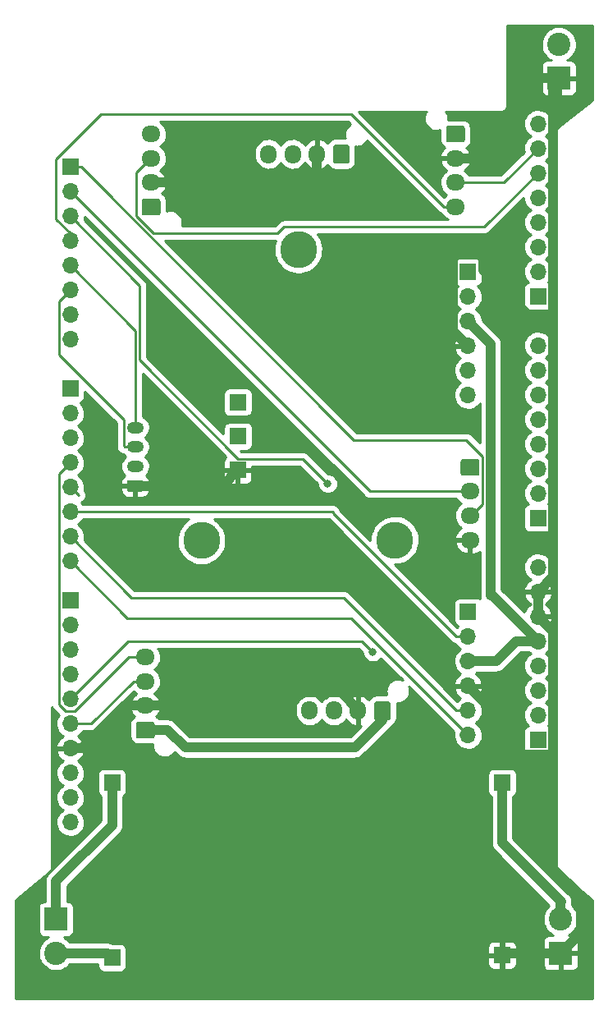
<source format=gbr>
G04 #@! TF.GenerationSoftware,KiCad,Pcbnew,5.99.0-unknown-c3175b4~86~ubuntu16.04.1*
G04 #@! TF.CreationDate,2020-08-02T18:07:16+02:00*
G04 #@! TF.ProjectId,nexus_arduino_cytron,6e657875-735f-4617-9264-75696e6f5f63,rev?*
G04 #@! TF.SameCoordinates,Original*
G04 #@! TF.FileFunction,Copper,L1,Top*
G04 #@! TF.FilePolarity,Positive*
%FSLAX46Y46*%
G04 Gerber Fmt 4.6, Leading zero omitted, Abs format (unit mm)*
G04 Created by KiCad (PCBNEW 5.99.0-unknown-c3175b4~86~ubuntu16.04.1) date 2020-08-02 18:07:16*
%MOMM*%
%LPD*%
G04 APERTURE LIST*
%ADD10C,3.800000*%
%ADD11O,1.700000X1.700000*%
%ADD12R,1.700000X1.700000*%
%ADD13O,1.950000X1.700000*%
%ADD14C,0.100000*%
%ADD15C,1.700000*%
%ADD16C,2.400000*%
%ADD17R,2.400000X2.400000*%
%ADD18O,1.700000X1.950000*%
%ADD19O,1.750000X1.200000*%
%ADD20C,1.200000*%
%ADD21C,0.800000*%
%ADD22C,0.250000*%
%ADD23C,1.000000*%
%ADD24C,0.254000*%
G04 APERTURE END LIST*
D10*
X107150000Y-123550000D03*
X87200000Y-123600000D03*
X97200000Y-93600000D03*
D11*
X114710000Y-108620000D03*
X114710000Y-106080000D03*
X114710000Y-103540000D03*
X114710000Y-101000000D03*
X114710000Y-98460000D03*
D12*
X114710000Y-95920000D03*
D13*
X82000000Y-81700000D03*
X82000000Y-84200000D03*
X82000000Y-86700000D03*
D14*
G36*
X82820671Y-88369030D02*
G01*
X82901777Y-88423223D01*
X82955970Y-88504329D01*
X82975000Y-88600000D01*
X82975000Y-89800000D01*
X82955970Y-89895671D01*
X82901777Y-89976777D01*
X82820671Y-90030970D01*
X82725000Y-90050000D01*
X81275000Y-90050000D01*
X81179329Y-90030970D01*
X81098223Y-89976777D01*
X81044030Y-89895671D01*
X81025000Y-89800000D01*
X81025000Y-88600000D01*
X81044030Y-88504329D01*
X81098223Y-88423223D01*
X81179329Y-88369030D01*
X81275000Y-88350000D01*
X82725000Y-88350000D01*
X82820671Y-88369030D01*
X82820671Y-88369030D01*
G37*
D15*
X82000000Y-89200000D03*
D13*
X114920000Y-123547550D03*
X114920000Y-121047550D03*
X114920000Y-118547550D03*
D14*
G36*
X115740671Y-115216580D02*
G01*
X115821777Y-115270773D01*
X115875970Y-115351879D01*
X115895000Y-115447550D01*
X115895000Y-116647550D01*
X115875970Y-116743221D01*
X115821777Y-116824327D01*
X115740671Y-116878520D01*
X115645000Y-116897550D01*
X114195000Y-116897550D01*
X114099329Y-116878520D01*
X114018223Y-116824327D01*
X113964030Y-116743221D01*
X113945000Y-116647550D01*
X113945000Y-115447550D01*
X113964030Y-115351879D01*
X114018223Y-115270773D01*
X114099329Y-115216580D01*
X114195000Y-115197550D01*
X115645000Y-115197550D01*
X115740671Y-115216580D01*
X115740671Y-115216580D01*
G37*
D15*
X114920000Y-116047550D03*
D12*
X90950000Y-116350000D03*
X90957400Y-109347000D03*
X90957400Y-112852200D03*
D16*
X72200000Y-166150000D03*
D17*
X72200000Y-162650000D03*
D16*
X124270000Y-162650000D03*
D17*
X124270000Y-166150000D03*
D16*
X124091700Y-72440800D03*
D17*
X124091700Y-75940800D03*
D18*
X94123500Y-83756500D03*
X96623500Y-83756500D03*
X99123500Y-83756500D03*
D14*
G36*
X102319171Y-82800530D02*
G01*
X102400277Y-82854723D01*
X102454470Y-82935829D01*
X102473500Y-83031500D01*
X102473500Y-84481500D01*
X102454470Y-84577171D01*
X102400277Y-84658277D01*
X102319171Y-84712470D01*
X102223500Y-84731500D01*
X101023500Y-84731500D01*
X100927829Y-84712470D01*
X100846723Y-84658277D01*
X100792530Y-84577171D01*
X100773500Y-84481500D01*
X100773500Y-83031500D01*
X100792530Y-82935829D01*
X100846723Y-82854723D01*
X100927829Y-82800530D01*
X101023500Y-82781500D01*
X102223500Y-82781500D01*
X102319171Y-82800530D01*
X102319171Y-82800530D01*
G37*
D15*
X101623500Y-83756500D03*
D19*
X80370000Y-111970000D03*
X80370000Y-113970000D03*
X80370000Y-115970000D03*
D14*
G36*
X81090671Y-117389030D02*
G01*
X81171777Y-117443223D01*
X81225970Y-117524329D01*
X81245000Y-117619999D01*
X81245000Y-118320001D01*
X81225970Y-118415671D01*
X81171777Y-118496777D01*
X81090671Y-118550970D01*
X80995001Y-118570000D01*
X79744999Y-118570000D01*
X79649329Y-118550970D01*
X79568223Y-118496777D01*
X79514030Y-118415671D01*
X79495000Y-118320001D01*
X79495000Y-117619999D01*
X79514030Y-117524329D01*
X79568223Y-117443223D01*
X79649329Y-117389030D01*
X79744999Y-117370000D01*
X80995001Y-117370000D01*
X81090671Y-117389030D01*
X81090671Y-117389030D01*
G37*
D20*
X80370000Y-117970000D03*
D12*
X118228600Y-166359600D03*
X118228600Y-148579600D03*
X77969600Y-166613600D03*
X77969600Y-148579600D03*
D11*
X73660000Y-125730000D03*
X73660000Y-123190000D03*
X73660000Y-120650000D03*
X73660000Y-118110000D03*
X73660000Y-115570000D03*
X73660000Y-113030000D03*
X73660000Y-110490000D03*
D12*
X73660000Y-107950000D03*
D11*
X73660000Y-152654000D03*
X73660000Y-150114000D03*
X73660000Y-147574000D03*
X73660000Y-145034000D03*
X73660000Y-142494000D03*
X73660000Y-139954000D03*
X73660000Y-137414000D03*
X73660000Y-134874000D03*
X73660000Y-132334000D03*
D12*
X73660000Y-129794000D03*
D11*
X121920000Y-126365000D03*
X121920000Y-128905000D03*
X121920000Y-131445000D03*
X121920000Y-133985000D03*
X121920000Y-136525000D03*
X121920000Y-139065000D03*
X121920000Y-141605000D03*
D12*
X121920000Y-144145000D03*
D11*
X114710000Y-143675100D03*
X114710000Y-141135100D03*
X114710000Y-138595100D03*
X114710000Y-136055100D03*
X114710000Y-133515100D03*
D12*
X114710000Y-130975100D03*
D13*
X113411000Y-89200000D03*
X113411000Y-86700000D03*
X113411000Y-84200000D03*
D14*
G36*
X114231671Y-80869030D02*
G01*
X114312777Y-80923223D01*
X114366970Y-81004329D01*
X114386000Y-81100000D01*
X114386000Y-82300000D01*
X114366970Y-82395671D01*
X114312777Y-82476777D01*
X114231671Y-82530970D01*
X114136000Y-82550000D01*
X112686000Y-82550000D01*
X112590329Y-82530970D01*
X112509223Y-82476777D01*
X112455030Y-82395671D01*
X112436000Y-82300000D01*
X112436000Y-81100000D01*
X112455030Y-81004329D01*
X112509223Y-80923223D01*
X112590329Y-80869030D01*
X112686000Y-80850000D01*
X114136000Y-80850000D01*
X114231671Y-80869030D01*
X114231671Y-80869030D01*
G37*
D15*
X113411000Y-81700000D03*
D18*
X98367200Y-141135100D03*
X100867200Y-141135100D03*
X103367200Y-141135100D03*
D14*
G36*
X106562871Y-140179130D02*
G01*
X106643977Y-140233323D01*
X106698170Y-140314429D01*
X106717200Y-140410100D01*
X106717200Y-141860100D01*
X106698170Y-141955771D01*
X106643977Y-142036877D01*
X106562871Y-142091070D01*
X106467200Y-142110100D01*
X105267200Y-142110100D01*
X105171529Y-142091070D01*
X105090423Y-142036877D01*
X105036230Y-141955771D01*
X105017200Y-141860100D01*
X105017200Y-140410100D01*
X105036230Y-140314429D01*
X105090423Y-140233323D01*
X105171529Y-140179130D01*
X105267200Y-140160100D01*
X106467200Y-140160100D01*
X106562871Y-140179130D01*
X106562871Y-140179130D01*
G37*
D15*
X105867200Y-141135100D03*
D13*
X81400000Y-135630000D03*
X81400000Y-138130000D03*
X81400000Y-140630000D03*
D14*
G36*
X82220671Y-142299030D02*
G01*
X82301777Y-142353223D01*
X82355970Y-142434329D01*
X82375000Y-142530000D01*
X82375000Y-143730000D01*
X82355970Y-143825671D01*
X82301777Y-143906777D01*
X82220671Y-143960970D01*
X82125000Y-143980000D01*
X80675000Y-143980000D01*
X80579329Y-143960970D01*
X80498223Y-143906777D01*
X80444030Y-143825671D01*
X80425000Y-143730000D01*
X80425000Y-142530000D01*
X80444030Y-142434329D01*
X80498223Y-142353223D01*
X80579329Y-142299030D01*
X80675000Y-142280000D01*
X82125000Y-142280000D01*
X82220671Y-142299030D01*
X82220671Y-142299030D01*
G37*
D15*
X81400000Y-143130000D03*
D11*
X73660000Y-102870000D03*
X73660000Y-100330000D03*
X73660000Y-97790000D03*
X73660000Y-95250000D03*
X73660000Y-92710000D03*
X73660000Y-90170000D03*
X73660000Y-87630000D03*
D12*
X73660000Y-85090000D03*
D11*
X121920000Y-80645000D03*
X121920000Y-83185000D03*
X121920000Y-85725000D03*
X121920000Y-88265000D03*
X121920000Y-90805000D03*
X121920000Y-93345000D03*
X121920000Y-95885000D03*
D12*
X121920000Y-98425000D03*
D11*
X121920000Y-103505000D03*
X121920000Y-106045000D03*
X121920000Y-108585000D03*
X121920000Y-111125000D03*
X121920000Y-113665000D03*
X121920000Y-116205000D03*
X121920000Y-118745000D03*
D12*
X121920000Y-121285000D03*
D21*
X104876600Y-135128000D03*
X100220000Y-117750000D03*
D22*
X103720900Y-133972300D02*
X104876600Y-135128000D01*
X103657400Y-133972300D02*
X103720900Y-133972300D01*
X103251000Y-133972300D02*
X103657400Y-133972300D01*
X79641700Y-133972300D02*
X103251000Y-133972300D01*
X73660000Y-139954000D02*
X79641700Y-133972300D01*
X95745300Y-91274900D02*
X116370100Y-91274900D01*
X116370100Y-91274900D02*
X121920000Y-85725000D01*
X95059500Y-91960700D02*
X95745300Y-91274900D01*
X82267110Y-91960700D02*
X95059500Y-91960700D01*
X80429100Y-90122690D02*
X82267110Y-91960700D01*
X80429100Y-85645900D02*
X80429100Y-90122690D01*
X82000000Y-84200000D02*
X81875000Y-84200000D01*
X81875000Y-84200000D02*
X80429100Y-85645900D01*
X101560000Y-131600000D02*
X101158100Y-131600000D01*
X101158100Y-131600000D02*
X79530000Y-131600000D01*
X114710000Y-143675100D02*
X102634900Y-131600000D01*
X102634900Y-131600000D02*
X101158100Y-131600000D01*
X101614600Y-129500000D02*
X79970000Y-129500000D01*
X114710000Y-141135100D02*
X113507919Y-141135100D01*
X113507919Y-141135100D02*
X101872819Y-129500000D01*
X101872819Y-129500000D02*
X101614600Y-129500000D01*
X102892950Y-113222950D02*
X74760000Y-85090000D01*
X114960399Y-113664999D02*
X114518350Y-113222950D01*
X114518350Y-113222950D02*
X102892950Y-113222950D01*
X114964999Y-113664999D02*
X114960399Y-113664999D01*
X104577550Y-118547550D02*
X104559100Y-118529100D01*
X104559100Y-118529100D02*
X73660000Y-87630000D01*
X114920000Y-118547550D02*
X104577550Y-118547550D01*
X114920000Y-121047550D02*
X115045000Y-121047550D01*
X115045000Y-121047550D02*
X116220010Y-119872540D01*
X116220010Y-119872540D02*
X116220010Y-114920010D01*
X114710000Y-133515100D02*
X113507919Y-133515100D01*
X113507919Y-133515100D02*
X100770000Y-120777181D01*
X100770000Y-120777181D02*
X100770000Y-120650000D01*
D23*
X123330001Y-145695001D02*
X119342501Y-145695001D01*
X118160800Y-142045900D02*
X114710000Y-138595100D01*
X119342501Y-145695001D02*
X118160800Y-144513300D01*
X118160800Y-144513300D02*
X118160800Y-142045900D01*
X119697500Y-133985000D02*
X117627400Y-136055100D01*
X117627400Y-136055100D02*
X114710000Y-136055100D01*
X121920000Y-133985000D02*
X119697500Y-133985000D01*
X101612600Y-139255500D02*
X84749500Y-139255500D01*
X84749500Y-139255500D02*
X83375000Y-140630000D01*
X83375000Y-140630000D02*
X81400000Y-140630000D01*
X103367200Y-141135100D02*
X103367200Y-141010100D01*
X103367200Y-141010100D02*
X101612600Y-139255500D01*
X103032290Y-144945010D02*
X105867200Y-142110100D01*
X85539012Y-144945010D02*
X103032290Y-144945010D01*
X83724002Y-143130000D02*
X85539012Y-144945010D01*
X81400000Y-143130000D02*
X83724002Y-143130000D01*
X105867200Y-142110100D02*
X105867200Y-141135100D01*
X124270000Y-166150000D02*
X118438200Y-166150000D01*
X118438200Y-166150000D02*
X118228600Y-166359600D01*
X124270000Y-162650000D02*
X124270000Y-160933200D01*
X124270000Y-160933200D02*
X124325600Y-160877600D01*
X72200000Y-162650000D02*
X72200000Y-158733200D01*
X72200000Y-158733200D02*
X77969600Y-152963600D01*
X77969600Y-152963600D02*
X77969600Y-150429600D01*
X77969600Y-150429600D02*
X77969600Y-148579600D01*
X72200000Y-166150000D02*
X77506000Y-166150000D01*
X77506000Y-166150000D02*
X77969600Y-166613600D01*
D22*
X79970000Y-129500000D02*
X73660000Y-123190000D01*
X79530000Y-131600000D02*
X73660000Y-125730000D01*
D23*
X118228600Y-154780600D02*
X118228600Y-148579600D01*
X124325600Y-160877600D02*
X118228600Y-154780600D01*
D22*
X75811000Y-142494000D02*
X73660000Y-142494000D01*
X80175000Y-138130000D02*
X75811000Y-142494000D01*
X81400000Y-138130000D02*
X80175000Y-138130000D01*
X79723002Y-135630000D02*
X74153002Y-141200000D01*
X81400000Y-135630000D02*
X79723002Y-135630000D01*
X72484999Y-116745001D02*
X72810001Y-116419999D01*
X72484999Y-140518001D02*
X72484999Y-116745001D01*
X72810001Y-116419999D02*
X73660000Y-115570000D01*
X73166998Y-141200000D02*
X72484999Y-140518001D01*
X74153002Y-141200000D02*
X73166998Y-141200000D01*
X73660000Y-91909002D02*
X72200000Y-90449002D01*
X73660000Y-92710000D02*
X73660000Y-91909002D01*
X72200000Y-84264998D02*
X76784998Y-79680000D01*
X72200000Y-90449002D02*
X72200000Y-84264998D01*
X112186000Y-89200000D02*
X113411000Y-89200000D01*
X102666000Y-79680000D02*
X112186000Y-89200000D01*
X76784998Y-79680000D02*
X102666000Y-79680000D01*
X118405000Y-86700000D02*
X121920000Y-83185000D01*
X113411000Y-86700000D02*
X118405000Y-86700000D01*
X80370000Y-101960000D02*
X73660000Y-95250000D01*
X80370000Y-111970000D02*
X80370000Y-101960000D01*
X79169990Y-113894990D02*
X79245000Y-113970000D01*
X79169990Y-111174988D02*
X79169990Y-113894990D01*
X72484999Y-104489997D02*
X79169990Y-111174988D01*
X79245000Y-113970000D02*
X80370000Y-113970000D01*
X72484999Y-98965001D02*
X72484999Y-104489997D01*
X73660000Y-97790000D02*
X72484999Y-98965001D01*
X73660000Y-118110000D02*
X74509999Y-118959999D01*
X73660000Y-120650000D02*
X100770000Y-120650000D01*
X100220000Y-117750000D02*
X97644999Y-115174999D01*
X97644999Y-115174999D02*
X90989997Y-115174999D01*
X80820010Y-97330010D02*
X73660000Y-90170000D01*
X90989997Y-115174999D02*
X80820010Y-105005012D01*
X80820010Y-105005012D02*
X80820010Y-97330010D01*
D23*
X117045019Y-103335019D02*
X117045019Y-129245019D01*
X114710000Y-101000000D02*
X117045019Y-103335019D01*
X117180019Y-129245019D02*
X117045019Y-129245019D01*
X121920000Y-133985000D02*
X117180019Y-129245019D01*
X79425000Y-140630000D02*
X81400000Y-140630000D01*
X79266081Y-140630000D02*
X79425000Y-140630000D01*
X74862081Y-145034000D02*
X79266081Y-140630000D01*
X73660000Y-145034000D02*
X74862081Y-145034000D01*
X122769999Y-132294999D02*
X121920000Y-131445000D01*
X123470001Y-132995001D02*
X122769999Y-132294999D01*
X123470001Y-145555001D02*
X123470001Y-132995001D01*
X123330001Y-145695001D02*
X123470001Y-145555001D01*
X121920000Y-131445000D02*
X121920000Y-128905000D01*
X121920000Y-128905000D02*
X123470001Y-127354999D01*
X115386000Y-84200000D02*
X113411000Y-84200000D01*
X121412000Y-78174000D02*
X115386000Y-84200000D01*
X121294999Y-100760001D02*
X123470001Y-100760001D01*
X116260001Y-95725003D02*
X121294999Y-100760001D01*
X116260001Y-94509999D02*
X116260001Y-95725003D01*
X114419998Y-93250000D02*
X115000002Y-93250000D01*
X113159999Y-94509999D02*
X114419998Y-93250000D01*
X115000002Y-93250000D02*
X116260001Y-94509999D01*
X113159999Y-101989999D02*
X113159999Y-94509999D01*
X114710000Y-103540000D02*
X113159999Y-101989999D01*
X123470001Y-127354999D02*
X123470001Y-100760001D01*
X98155000Y-86700000D02*
X99123500Y-85731500D01*
X99123500Y-85731500D02*
X99123500Y-83756500D01*
X82000000Y-86700000D02*
X98155000Y-86700000D01*
X89330000Y-117970000D02*
X90950000Y-116350000D01*
X80370000Y-117970000D02*
X89330000Y-117970000D01*
D22*
X73660000Y-125730000D02*
X74509999Y-126579999D01*
X74760000Y-85090000D02*
X73660000Y-85090000D01*
X116220010Y-114920010D02*
X114964999Y-113664999D01*
D23*
X124270000Y-166150000D02*
X126170001Y-164249999D01*
X126320000Y-164189998D02*
X126320000Y-160250000D01*
X123330001Y-157260001D02*
X123330001Y-145695001D01*
X126320000Y-160250000D02*
X123330001Y-157260001D01*
X123470001Y-76562499D02*
X124091700Y-75940800D01*
X123470001Y-100760001D02*
X123470001Y-76562499D01*
X121412000Y-76420500D02*
X121412000Y-78174000D01*
X121891700Y-75940800D02*
X121412000Y-76420500D01*
X124091700Y-75940800D02*
X121891700Y-75940800D01*
D24*
G36*
X127547101Y-78179323D02*
G01*
X124093307Y-80914069D01*
X124044874Y-80944628D01*
X123992183Y-81004288D01*
X123937435Y-81062027D01*
X123932220Y-81072185D01*
X123924657Y-81080748D01*
X123890825Y-81152808D01*
X123854487Y-81223583D01*
X123852333Y-81234792D01*
X123847311Y-81245489D01*
X123836932Y-81314943D01*
X123820218Y-81401921D01*
X123826000Y-81462835D01*
X123826001Y-157257825D01*
X123819526Y-157306636D01*
X123832848Y-157393256D01*
X123845240Y-157479783D01*
X123846620Y-157482816D01*
X123847127Y-157486119D01*
X123884197Y-157565456D01*
X123920403Y-157645087D01*
X123922591Y-157647627D01*
X123924176Y-157651018D01*
X123965093Y-157696953D01*
X124038947Y-157782664D01*
X124083545Y-157811571D01*
X127547101Y-160697946D01*
X127547100Y-170816000D01*
X68034000Y-170816000D01*
X68034000Y-161438976D01*
X70358163Y-161438976D01*
X70358163Y-163866588D01*
X70438795Y-164167512D01*
X70586185Y-164343165D01*
X70779814Y-164454956D01*
X70988976Y-164491837D01*
X71412558Y-164491837D01*
X71353513Y-164516961D01*
X71116238Y-164663791D01*
X70903903Y-164844823D01*
X70721393Y-165055889D01*
X70572911Y-165292134D01*
X70461871Y-165548118D01*
X70390828Y-165817955D01*
X70361420Y-166095432D01*
X70374321Y-166374165D01*
X70429234Y-166647740D01*
X70524897Y-166909861D01*
X70659109Y-167154495D01*
X70828779Y-167376013D01*
X71030003Y-167569318D01*
X71258153Y-167729963D01*
X71507977Y-167854248D01*
X71773725Y-167939314D01*
X72049283Y-167983205D01*
X72328310Y-167984909D01*
X72604383Y-167944388D01*
X72871150Y-167862575D01*
X73122474Y-167741351D01*
X73352569Y-167583506D01*
X73556140Y-167392674D01*
X73641505Y-167284000D01*
X76477763Y-167284000D01*
X76477763Y-167480188D01*
X76558395Y-167781112D01*
X76705785Y-167956765D01*
X76899414Y-168068556D01*
X77108576Y-168105437D01*
X78836188Y-168105437D01*
X79137112Y-168024805D01*
X79312765Y-167877415D01*
X79424556Y-167683786D01*
X79461437Y-167474624D01*
X79461437Y-166487600D01*
X116736763Y-166487600D01*
X116736763Y-167226188D01*
X116817395Y-167527112D01*
X116964785Y-167702765D01*
X117158414Y-167814556D01*
X117367576Y-167851437D01*
X118100600Y-167851437D01*
X118100600Y-166487600D01*
X118356600Y-166487600D01*
X118356600Y-167851437D01*
X119095188Y-167851437D01*
X119396112Y-167770805D01*
X119571765Y-167623415D01*
X119683556Y-167429786D01*
X119720437Y-167220624D01*
X119720437Y-166487600D01*
X118356600Y-166487600D01*
X118100600Y-166487600D01*
X116736763Y-166487600D01*
X79461437Y-166487600D01*
X79461437Y-166278000D01*
X122428163Y-166278000D01*
X122428163Y-167366588D01*
X122508795Y-167667512D01*
X122656185Y-167843165D01*
X122849814Y-167954956D01*
X123058976Y-167991837D01*
X124142000Y-167991837D01*
X124142000Y-166278000D01*
X124398000Y-166278000D01*
X124398000Y-167991837D01*
X125486588Y-167991837D01*
X125787512Y-167911205D01*
X125963165Y-167763815D01*
X126074956Y-167570186D01*
X126111837Y-167361024D01*
X126111837Y-166278000D01*
X124398000Y-166278000D01*
X124142000Y-166278000D01*
X122428163Y-166278000D01*
X79461437Y-166278000D01*
X79461437Y-165747012D01*
X79394869Y-165498576D01*
X116736763Y-165498576D01*
X116736763Y-166231600D01*
X118100600Y-166231600D01*
X118100600Y-164867763D01*
X118356600Y-164867763D01*
X118356600Y-166231600D01*
X119720437Y-166231600D01*
X119720437Y-165493012D01*
X119639805Y-165192089D01*
X119492415Y-165016435D01*
X119298786Y-164904644D01*
X119089624Y-164867763D01*
X118356600Y-164867763D01*
X118100600Y-164867763D01*
X117362012Y-164867763D01*
X117061089Y-164948395D01*
X116885435Y-165095785D01*
X116773644Y-165289414D01*
X116736763Y-165498576D01*
X79394869Y-165498576D01*
X79380805Y-165446089D01*
X79233415Y-165270435D01*
X79039786Y-165158644D01*
X78830624Y-165121763D01*
X77990648Y-165121763D01*
X77945614Y-165104205D01*
X77847600Y-165059950D01*
X77818071Y-165054478D01*
X77789772Y-165043445D01*
X77691693Y-165031055D01*
X77577726Y-165009932D01*
X77472497Y-165016000D01*
X73645530Y-165016000D01*
X73627453Y-164989942D01*
X73435556Y-164787371D01*
X73215227Y-164616159D01*
X72992322Y-164491837D01*
X73416588Y-164491837D01*
X73717512Y-164411205D01*
X73893165Y-164263815D01*
X74004956Y-164070186D01*
X74041837Y-163861024D01*
X74041837Y-161433412D01*
X73961205Y-161132489D01*
X73813815Y-160956835D01*
X73620186Y-160845044D01*
X73411024Y-160808163D01*
X73334000Y-160808163D01*
X73334000Y-159202917D01*
X78743648Y-153793269D01*
X78818510Y-153727962D01*
X78880346Y-153639979D01*
X78946703Y-153555353D01*
X78959064Y-153527976D01*
X78976332Y-153503406D01*
X79015390Y-153403226D01*
X79059650Y-153305200D01*
X79065122Y-153275671D01*
X79076155Y-153247372D01*
X79088545Y-153149294D01*
X79109668Y-153035327D01*
X79103600Y-152930093D01*
X79103600Y-149999785D01*
X79137112Y-149990805D01*
X79312765Y-149843415D01*
X79424556Y-149649786D01*
X79461437Y-149440624D01*
X79461437Y-147718576D01*
X116736763Y-147718576D01*
X116736763Y-149446188D01*
X116817395Y-149747112D01*
X116964785Y-149922765D01*
X117094601Y-149997713D01*
X117094600Y-154741292D01*
X117087845Y-154840384D01*
X117106331Y-154946304D01*
X117119251Y-155053081D01*
X117129871Y-155081186D01*
X117135034Y-155110766D01*
X117178251Y-155209221D01*
X117216270Y-155309832D01*
X117233283Y-155334587D01*
X117245490Y-155362395D01*
X117306081Y-155440509D01*
X117371732Y-155536031D01*
X117450451Y-155606168D01*
X123090067Y-161245784D01*
X122973903Y-161344823D01*
X122791393Y-161555889D01*
X122642911Y-161792134D01*
X122531871Y-162048118D01*
X122460828Y-162317955D01*
X122431420Y-162595432D01*
X122444321Y-162874165D01*
X122499234Y-163147740D01*
X122594897Y-163409861D01*
X122729109Y-163654495D01*
X122898779Y-163876013D01*
X123100003Y-164069318D01*
X123328153Y-164229963D01*
X123485342Y-164308163D01*
X123053412Y-164308163D01*
X122752489Y-164388795D01*
X122576835Y-164536185D01*
X122465044Y-164729814D01*
X122428163Y-164938976D01*
X122428163Y-166022000D01*
X126111837Y-166022000D01*
X126111837Y-164933412D01*
X126031205Y-164632489D01*
X125883815Y-164456835D01*
X125690186Y-164345044D01*
X125481024Y-164308163D01*
X125053958Y-164308163D01*
X125192474Y-164241351D01*
X125422569Y-164083506D01*
X125626140Y-163892674D01*
X125798504Y-163673245D01*
X125935694Y-163430269D01*
X126034553Y-163169336D01*
X126093186Y-162894666D01*
X126104487Y-162513890D01*
X126062246Y-162236227D01*
X125979037Y-161969891D01*
X125856499Y-161719207D01*
X125697452Y-161489941D01*
X125505556Y-161287371D01*
X125415924Y-161217720D01*
X125427656Y-161154416D01*
X125447688Y-161091649D01*
X125452574Y-161019974D01*
X125465668Y-160949326D01*
X125461874Y-160883542D01*
X125466355Y-160817816D01*
X125454004Y-160747041D01*
X125449867Y-160675312D01*
X125430496Y-160612344D01*
X125419166Y-160547431D01*
X125390287Y-160481644D01*
X125369162Y-160412976D01*
X125335328Y-160356444D01*
X125308709Y-160295804D01*
X125266361Y-160241207D01*
X125228211Y-160177464D01*
X125175957Y-160124659D01*
X125174500Y-160122781D01*
X125136047Y-160084329D01*
X125035152Y-159982371D01*
X125032406Y-159980688D01*
X119362600Y-154310884D01*
X119362600Y-149999785D01*
X119396112Y-149990805D01*
X119571765Y-149843415D01*
X119683556Y-149649786D01*
X119720437Y-149440624D01*
X119720437Y-147713012D01*
X119639805Y-147412089D01*
X119492415Y-147236435D01*
X119298786Y-147124644D01*
X119089624Y-147087763D01*
X117362012Y-147087763D01*
X117061089Y-147168395D01*
X116885435Y-147315785D01*
X116773644Y-147509414D01*
X116736763Y-147718576D01*
X79461437Y-147718576D01*
X79461437Y-147713012D01*
X79380805Y-147412089D01*
X79233415Y-147236435D01*
X79039786Y-147124644D01*
X78830624Y-147087763D01*
X77103012Y-147087763D01*
X76802089Y-147168395D01*
X76626435Y-147315785D01*
X76514644Y-147509414D01*
X76477763Y-147718576D01*
X76477763Y-149446188D01*
X76558395Y-149747112D01*
X76705785Y-149922765D01*
X76835600Y-149997713D01*
X76835600Y-150498619D01*
X76835601Y-150498627D01*
X76835600Y-152493883D01*
X71425953Y-157903531D01*
X71351091Y-157968837D01*
X71289264Y-158056807D01*
X71222899Y-158141446D01*
X71210537Y-158168824D01*
X71193268Y-158193396D01*
X71154209Y-158293577D01*
X71109950Y-158391600D01*
X71104477Y-158421136D01*
X71093446Y-158449428D01*
X71081058Y-158547491D01*
X71059932Y-158661474D01*
X71066001Y-158766720D01*
X71066000Y-160808163D01*
X70983412Y-160808163D01*
X70682489Y-160888795D01*
X70506835Y-161036185D01*
X70395044Y-161229814D01*
X70358163Y-161438976D01*
X68034000Y-161438976D01*
X68034000Y-160696949D01*
X71493484Y-157814046D01*
X71535126Y-157787772D01*
X71593085Y-157722146D01*
X71651672Y-157657181D01*
X71653124Y-157654168D01*
X71655338Y-157651662D01*
X71692543Y-157572416D01*
X71730541Y-157493619D01*
X71731092Y-157490308D01*
X71732689Y-157486906D01*
X71741790Y-157426017D01*
X71760345Y-157314469D01*
X71754000Y-157261695D01*
X71754000Y-145162000D01*
X72170513Y-145162000D01*
X72233456Y-145461983D01*
X72325961Y-145696222D01*
X72456610Y-145911526D01*
X72621669Y-146101739D01*
X72816416Y-146261422D01*
X72890061Y-146303343D01*
X72726760Y-146413284D01*
X72544534Y-146587119D01*
X72394203Y-146789172D01*
X72280064Y-147013666D01*
X72205382Y-147254181D01*
X72172292Y-147503841D01*
X72181740Y-147755508D01*
X72233456Y-148001983D01*
X72325961Y-148236222D01*
X72456610Y-148451526D01*
X72621669Y-148641739D01*
X72816416Y-148801422D01*
X72890061Y-148843343D01*
X72726760Y-148953284D01*
X72544534Y-149127119D01*
X72394203Y-149329172D01*
X72280064Y-149553666D01*
X72205382Y-149794181D01*
X72172292Y-150043841D01*
X72181740Y-150295508D01*
X72233456Y-150541983D01*
X72325961Y-150776222D01*
X72456610Y-150991526D01*
X72621669Y-151181739D01*
X72816416Y-151341422D01*
X72890061Y-151383343D01*
X72726760Y-151493284D01*
X72544534Y-151667119D01*
X72394203Y-151869172D01*
X72280064Y-152093666D01*
X72205382Y-152334181D01*
X72172292Y-152583841D01*
X72181740Y-152835508D01*
X72233456Y-153081983D01*
X72325961Y-153316222D01*
X72456610Y-153531526D01*
X72621669Y-153721739D01*
X72816416Y-153881422D01*
X73035284Y-154006009D01*
X73274831Y-154092960D01*
X73614648Y-154138000D01*
X73723190Y-154138000D01*
X73910942Y-154122069D01*
X74154708Y-154058800D01*
X74384329Y-153955363D01*
X74593240Y-153814716D01*
X74775466Y-153640881D01*
X74925797Y-153438828D01*
X75039936Y-153214334D01*
X75114618Y-152973819D01*
X75147708Y-152724159D01*
X75138260Y-152472492D01*
X75086544Y-152226017D01*
X74994039Y-151991778D01*
X74863390Y-151776474D01*
X74698331Y-151586261D01*
X74503584Y-151426578D01*
X74429939Y-151384657D01*
X74593240Y-151274716D01*
X74775466Y-151100881D01*
X74925797Y-150898828D01*
X75039936Y-150674334D01*
X75114618Y-150433819D01*
X75147708Y-150184159D01*
X75138260Y-149932492D01*
X75086544Y-149686017D01*
X74994039Y-149451778D01*
X74863390Y-149236474D01*
X74698331Y-149046261D01*
X74503584Y-148886578D01*
X74429939Y-148844657D01*
X74593240Y-148734716D01*
X74775466Y-148560881D01*
X74925797Y-148358828D01*
X75039936Y-148134334D01*
X75114618Y-147893819D01*
X75147708Y-147644159D01*
X75138260Y-147392492D01*
X75086544Y-147146017D01*
X74994039Y-146911778D01*
X74863390Y-146696474D01*
X74698331Y-146506261D01*
X74503584Y-146346578D01*
X74429939Y-146304657D01*
X74593240Y-146194716D01*
X74775466Y-146020881D01*
X74925797Y-145818828D01*
X75039936Y-145594334D01*
X75114618Y-145353819D01*
X75140043Y-145162000D01*
X72170513Y-145162000D01*
X71754000Y-145162000D01*
X71754000Y-140754527D01*
X71754149Y-140755468D01*
X71781608Y-140809358D01*
X71800296Y-140866875D01*
X71835845Y-140915804D01*
X71863301Y-140969690D01*
X72033656Y-141140046D01*
X72033658Y-141140047D01*
X72483185Y-141589575D01*
X72394203Y-141709172D01*
X72280064Y-141933666D01*
X72205382Y-142174181D01*
X72172292Y-142423841D01*
X72181740Y-142675508D01*
X72233456Y-142921983D01*
X72325961Y-143156222D01*
X72456610Y-143371526D01*
X72621669Y-143561739D01*
X72816416Y-143721422D01*
X72890061Y-143763343D01*
X72726760Y-143873284D01*
X72544534Y-144047119D01*
X72394203Y-144249172D01*
X72280064Y-144473666D01*
X72205382Y-144714181D01*
X72179957Y-144906000D01*
X75149487Y-144906000D01*
X75086544Y-144606017D01*
X74994039Y-144371778D01*
X74863390Y-144156474D01*
X74698331Y-143966261D01*
X74503584Y-143806578D01*
X74429939Y-143764657D01*
X74593240Y-143654716D01*
X74775466Y-143480881D01*
X74925797Y-143278828D01*
X74938929Y-143253000D01*
X75871244Y-143253000D01*
X75871250Y-143252999D01*
X75931213Y-143252999D01*
X75988726Y-143234312D01*
X76048468Y-143224850D01*
X76102359Y-143197390D01*
X76159873Y-143178704D01*
X76208801Y-143143156D01*
X76262690Y-143115697D01*
X76433045Y-142945343D01*
X76433047Y-142945339D01*
X80210642Y-139167745D01*
X80236669Y-139197739D01*
X80431416Y-139357422D01*
X80472867Y-139381017D01*
X80341760Y-139469284D01*
X80159534Y-139643119D01*
X80009203Y-139845172D01*
X79895064Y-140069666D01*
X79820382Y-140310181D01*
X79794957Y-140502000D01*
X83014487Y-140502000D01*
X82951544Y-140202017D01*
X82859039Y-139967778D01*
X82728390Y-139752474D01*
X82563331Y-139562261D01*
X82368584Y-139402578D01*
X82327133Y-139378983D01*
X82458240Y-139290716D01*
X82640466Y-139116881D01*
X82790797Y-138914828D01*
X82904936Y-138690334D01*
X82979618Y-138449819D01*
X83012708Y-138200159D01*
X83003260Y-137948492D01*
X82951544Y-137702017D01*
X82859039Y-137467778D01*
X82728390Y-137252474D01*
X82563331Y-137062261D01*
X82368584Y-136902578D01*
X82327133Y-136878983D01*
X82458240Y-136790716D01*
X82640466Y-136616881D01*
X82790797Y-136414828D01*
X82904936Y-136190334D01*
X82979618Y-135949819D01*
X83012708Y-135700159D01*
X83003260Y-135448492D01*
X82951544Y-135202017D01*
X82859039Y-134967778D01*
X82728390Y-134752474D01*
X82710016Y-134731300D01*
X103406513Y-134731300D01*
X103842600Y-135167388D01*
X103842600Y-135264128D01*
X103913066Y-135527109D01*
X104049194Y-135762891D01*
X104241709Y-135955406D01*
X104477491Y-136091534D01*
X104740472Y-136162000D01*
X105012728Y-136162000D01*
X105275709Y-136091534D01*
X105511491Y-135955406D01*
X105704006Y-135762891D01*
X105711473Y-135749959D01*
X107969280Y-138007766D01*
X107874866Y-137964440D01*
X107646145Y-137908473D01*
X107410967Y-137896765D01*
X107177818Y-137929739D01*
X106955111Y-138006207D01*
X106750881Y-138123407D01*
X106572498Y-138277112D01*
X106426398Y-138461775D01*
X106317852Y-138670733D01*
X106250779Y-138896448D01*
X106227597Y-139130773D01*
X106249143Y-139365254D01*
X106294208Y-139520876D01*
X105256225Y-139520876D01*
X104902651Y-139597791D01*
X104684921Y-139737718D01*
X104518455Y-139929830D01*
X104476110Y-140022553D01*
X104354081Y-139894634D01*
X104152028Y-139744303D01*
X103927534Y-139630164D01*
X103687019Y-139555482D01*
X103495200Y-139530057D01*
X103495200Y-142749587D01*
X103658197Y-142715387D01*
X102562574Y-143811010D01*
X86008731Y-143811010D01*
X84553671Y-142355952D01*
X84488365Y-142281090D01*
X84400382Y-142219254D01*
X84315756Y-142152899D01*
X84288380Y-142140538D01*
X84263806Y-142123268D01*
X84163617Y-142084205D01*
X84065602Y-142039950D01*
X84036073Y-142034478D01*
X84007774Y-142023445D01*
X83909695Y-142011055D01*
X83795728Y-141989932D01*
X83690499Y-141996000D01*
X82828409Y-141996000D01*
X82797382Y-141947721D01*
X82605270Y-141781255D01*
X82512547Y-141738910D01*
X82640466Y-141616881D01*
X82790797Y-141414828D01*
X82904936Y-141190334D01*
X82974982Y-140964748D01*
X96883200Y-140964748D01*
X96883200Y-141323289D01*
X96899131Y-141511041D01*
X96962400Y-141754807D01*
X97065837Y-141984428D01*
X97206483Y-142193339D01*
X97380319Y-142375565D01*
X97582372Y-142525897D01*
X97806866Y-142640036D01*
X98047381Y-142714718D01*
X98297041Y-142747808D01*
X98548707Y-142738360D01*
X98795182Y-142686644D01*
X99029421Y-142594139D01*
X99244725Y-142463490D01*
X99434939Y-142298432D01*
X99594622Y-142103684D01*
X99618218Y-142062232D01*
X99706483Y-142193339D01*
X99880319Y-142375565D01*
X100082372Y-142525897D01*
X100306866Y-142640036D01*
X100547381Y-142714718D01*
X100797041Y-142747808D01*
X101048707Y-142738360D01*
X101295182Y-142686644D01*
X101529421Y-142594139D01*
X101744725Y-142463490D01*
X101934939Y-142298432D01*
X102094622Y-142103684D01*
X102118218Y-142062232D01*
X102206483Y-142193339D01*
X102380319Y-142375565D01*
X102582372Y-142525897D01*
X102806866Y-142640036D01*
X103047381Y-142714718D01*
X103239200Y-142740143D01*
X103239200Y-139520613D01*
X102939217Y-139583556D01*
X102704979Y-139676061D01*
X102489675Y-139806710D01*
X102299462Y-139971768D01*
X102139778Y-140166516D01*
X102116183Y-140207967D01*
X102027917Y-140076860D01*
X101854081Y-139894634D01*
X101652028Y-139744303D01*
X101427534Y-139630164D01*
X101187019Y-139555482D01*
X100937359Y-139522392D01*
X100685693Y-139531840D01*
X100439218Y-139583556D01*
X100204979Y-139676061D01*
X99989675Y-139806710D01*
X99799462Y-139971768D01*
X99639778Y-140166516D01*
X99616183Y-140207967D01*
X99527917Y-140076860D01*
X99354081Y-139894634D01*
X99152028Y-139744303D01*
X98927534Y-139630164D01*
X98687019Y-139555482D01*
X98437359Y-139522392D01*
X98185693Y-139531840D01*
X97939218Y-139583556D01*
X97704979Y-139676061D01*
X97489675Y-139806710D01*
X97299462Y-139971768D01*
X97139778Y-140166516D01*
X97015191Y-140385384D01*
X96928240Y-140624931D01*
X96883200Y-140964748D01*
X82974982Y-140964748D01*
X82979618Y-140949819D01*
X83005043Y-140758000D01*
X79785513Y-140758000D01*
X79848456Y-141057983D01*
X79940961Y-141292222D01*
X80071610Y-141507526D01*
X80236669Y-141697739D01*
X80282730Y-141735506D01*
X80092721Y-141857618D01*
X79926255Y-142049730D01*
X79820657Y-142280959D01*
X79785776Y-142523559D01*
X79785776Y-143740975D01*
X79862691Y-144094549D01*
X80002618Y-144312279D01*
X80194730Y-144478745D01*
X80425959Y-144584343D01*
X80668559Y-144619224D01*
X82135975Y-144619224D01*
X82171697Y-144611453D01*
X82160397Y-144725673D01*
X82181943Y-144960154D01*
X82247439Y-145186331D01*
X82354522Y-145396042D01*
X82499330Y-145581721D01*
X82676636Y-145736668D01*
X82880042Y-145855291D01*
X83102211Y-145933311D01*
X83335124Y-145967913D01*
X83570378Y-145957847D01*
X83799484Y-145903477D01*
X84014176Y-145806766D01*
X84206707Y-145671202D01*
X84370129Y-145501676D01*
X84418153Y-145427868D01*
X84709343Y-145719058D01*
X84774650Y-145793920D01*
X84862633Y-145855756D01*
X84947259Y-145922113D01*
X84974636Y-145934474D01*
X84999206Y-145951742D01*
X85099394Y-145990804D01*
X85197410Y-146035059D01*
X85226944Y-146040533D01*
X85255241Y-146051565D01*
X85353321Y-146063956D01*
X85467285Y-146085078D01*
X85572514Y-146079010D01*
X102992982Y-146079010D01*
X103092073Y-146085765D01*
X103197991Y-146067280D01*
X103304772Y-146054359D01*
X103332876Y-146043739D01*
X103362457Y-146038576D01*
X103460904Y-145995362D01*
X103561524Y-145957340D01*
X103586282Y-145940324D01*
X103614085Y-145928119D01*
X103692192Y-145867533D01*
X103787721Y-145801879D01*
X103857859Y-145723158D01*
X106641248Y-142939769D01*
X106716110Y-142874463D01*
X106777940Y-142786489D01*
X106844301Y-142701854D01*
X106856662Y-142674477D01*
X106873932Y-142649906D01*
X106876328Y-142643760D01*
X107049479Y-142532482D01*
X107215945Y-142340370D01*
X107321543Y-142109141D01*
X107356424Y-141866541D01*
X107356424Y-140399125D01*
X107349021Y-140365094D01*
X107402324Y-140373013D01*
X107637578Y-140362947D01*
X107866684Y-140308577D01*
X108081376Y-140211866D01*
X108273907Y-140076302D01*
X108437329Y-139906776D01*
X108565748Y-139709408D01*
X108654528Y-139491315D01*
X108700498Y-139260208D01*
X108701341Y-139018606D01*
X108656986Y-138787182D01*
X108596110Y-138634596D01*
X113269933Y-143308420D01*
X113255382Y-143355281D01*
X113222292Y-143604941D01*
X113231740Y-143856608D01*
X113283456Y-144103083D01*
X113375961Y-144337322D01*
X113506610Y-144552626D01*
X113671669Y-144742839D01*
X113866416Y-144902522D01*
X114085284Y-145027109D01*
X114324831Y-145114060D01*
X114664648Y-145159100D01*
X114773190Y-145159100D01*
X114960942Y-145143169D01*
X115204708Y-145079900D01*
X115434329Y-144976463D01*
X115643240Y-144835816D01*
X115825466Y-144661981D01*
X115975797Y-144459928D01*
X116089936Y-144235434D01*
X116164618Y-143994919D01*
X116197708Y-143745259D01*
X116188260Y-143493592D01*
X116136544Y-143247117D01*
X116044039Y-143012878D01*
X115913390Y-142797574D01*
X115748331Y-142607361D01*
X115553584Y-142447678D01*
X115479939Y-142405757D01*
X115643240Y-142295816D01*
X115825466Y-142121981D01*
X115975797Y-141919928D01*
X116089936Y-141695434D01*
X116164618Y-141454919D01*
X116197708Y-141205259D01*
X116188260Y-140953592D01*
X116136544Y-140707117D01*
X116044039Y-140472878D01*
X115913390Y-140257574D01*
X115748331Y-140067361D01*
X115553584Y-139907678D01*
X115479939Y-139865757D01*
X115643240Y-139755816D01*
X115825466Y-139581981D01*
X115975797Y-139379928D01*
X116089936Y-139155434D01*
X116164618Y-138914919D01*
X116190043Y-138723100D01*
X113220513Y-138723100D01*
X113283456Y-139023083D01*
X113375961Y-139257322D01*
X113506610Y-139472626D01*
X113671669Y-139662839D01*
X113866416Y-139822522D01*
X113940061Y-139864443D01*
X113776760Y-139974384D01*
X113594534Y-140148219D01*
X113594487Y-140148282D01*
X102494866Y-129048661D01*
X102494864Y-129048657D01*
X102324509Y-128878303D01*
X102270620Y-128850844D01*
X102221692Y-128815296D01*
X102164178Y-128796610D01*
X102110287Y-128769150D01*
X102050545Y-128759688D01*
X101993032Y-128741001D01*
X101933069Y-128741001D01*
X101933063Y-128741000D01*
X80284388Y-128741000D01*
X75100067Y-123556681D01*
X75114618Y-123509819D01*
X75147708Y-123260159D01*
X75138260Y-123008492D01*
X75086544Y-122762017D01*
X74994039Y-122527778D01*
X74863390Y-122312474D01*
X74698331Y-122122261D01*
X74503584Y-121962578D01*
X74429939Y-121920657D01*
X74593240Y-121810716D01*
X74775466Y-121636881D01*
X74925797Y-121434828D01*
X74938929Y-121409000D01*
X85916846Y-121409000D01*
X85915072Y-121409894D01*
X85647203Y-121590915D01*
X85404505Y-121804505D01*
X85190915Y-122047203D01*
X85009894Y-122315072D01*
X84864377Y-122603772D01*
X84756723Y-122908622D01*
X84688678Y-123224680D01*
X84661344Y-123546823D01*
X84675164Y-123869828D01*
X84729915Y-124188458D01*
X84824708Y-124497548D01*
X84958007Y-124792089D01*
X85127653Y-125067304D01*
X85330892Y-125318733D01*
X85564433Y-125542298D01*
X85824487Y-125734378D01*
X86106840Y-125891856D01*
X86406915Y-126012182D01*
X86719847Y-126093402D01*
X87040561Y-126134203D01*
X87363862Y-126133920D01*
X87684505Y-126092560D01*
X87997293Y-126010794D01*
X88297157Y-125889945D01*
X88579236Y-125731974D01*
X88838955Y-125539441D01*
X89072105Y-125315467D01*
X89274906Y-125063684D01*
X89444069Y-124788174D01*
X89576854Y-124493401D01*
X89671109Y-124184145D01*
X89725516Y-123864168D01*
X89734363Y-123441822D01*
X89693402Y-123119847D01*
X89612182Y-122806915D01*
X89491856Y-122506840D01*
X89334378Y-122224487D01*
X89142298Y-121964433D01*
X88918733Y-121730892D01*
X88667304Y-121527653D01*
X88474814Y-121409000D01*
X100328433Y-121409000D01*
X112900333Y-133980901D01*
X113056229Y-134136798D01*
X113110115Y-134164254D01*
X113159043Y-134199803D01*
X113216567Y-134218494D01*
X113270453Y-134245950D01*
X113330186Y-134255411D01*
X113387705Y-134274100D01*
X113434687Y-134274100D01*
X113506610Y-134392626D01*
X113671669Y-134582839D01*
X113866416Y-134742522D01*
X113940061Y-134784443D01*
X113776760Y-134894384D01*
X113594534Y-135068219D01*
X113444203Y-135270272D01*
X113330064Y-135494766D01*
X113255382Y-135735281D01*
X113222292Y-135984941D01*
X113231740Y-136236608D01*
X113283456Y-136483083D01*
X113375961Y-136717322D01*
X113506610Y-136932626D01*
X113671669Y-137122839D01*
X113866416Y-137282522D01*
X113940061Y-137324443D01*
X113776760Y-137434384D01*
X113594534Y-137608219D01*
X113444203Y-137810272D01*
X113330064Y-138034766D01*
X113255382Y-138275281D01*
X113229957Y-138467100D01*
X116199487Y-138467100D01*
X116136544Y-138167117D01*
X116044039Y-137932878D01*
X115913390Y-137717574D01*
X115748331Y-137527361D01*
X115553584Y-137367678D01*
X115479939Y-137325757D01*
X115643240Y-137215816D01*
X115671245Y-137189100D01*
X117588092Y-137189100D01*
X117687183Y-137195855D01*
X117793101Y-137177370D01*
X117899882Y-137164449D01*
X117927986Y-137153829D01*
X117957567Y-137148666D01*
X118056014Y-137105452D01*
X118156634Y-137067430D01*
X118181392Y-137050414D01*
X118209195Y-137038209D01*
X118287302Y-136977623D01*
X118382831Y-136911969D01*
X118452969Y-136833248D01*
X120167218Y-135119000D01*
X120962480Y-135119000D01*
X121076416Y-135212422D01*
X121150061Y-135254343D01*
X120986760Y-135364284D01*
X120804534Y-135538119D01*
X120654203Y-135740172D01*
X120540064Y-135964666D01*
X120465382Y-136205181D01*
X120432292Y-136454841D01*
X120441740Y-136706508D01*
X120493456Y-136952983D01*
X120585961Y-137187222D01*
X120716610Y-137402526D01*
X120881669Y-137592739D01*
X121076416Y-137752422D01*
X121150061Y-137794343D01*
X120986760Y-137904284D01*
X120804534Y-138078119D01*
X120654203Y-138280172D01*
X120540064Y-138504666D01*
X120465382Y-138745181D01*
X120432292Y-138994841D01*
X120441740Y-139246508D01*
X120493456Y-139492983D01*
X120585961Y-139727222D01*
X120716610Y-139942526D01*
X120881669Y-140132739D01*
X121076416Y-140292422D01*
X121150061Y-140334343D01*
X120986760Y-140444284D01*
X120804534Y-140618119D01*
X120654203Y-140820172D01*
X120540064Y-141044666D01*
X120465382Y-141285181D01*
X120432292Y-141534841D01*
X120441740Y-141786508D01*
X120493456Y-142032983D01*
X120585961Y-142267222D01*
X120716610Y-142482526D01*
X120881669Y-142672739D01*
X120905975Y-142692669D01*
X120752489Y-142733795D01*
X120576835Y-142881185D01*
X120465044Y-143074814D01*
X120428163Y-143283976D01*
X120428163Y-145011588D01*
X120508795Y-145312512D01*
X120656185Y-145488165D01*
X120849814Y-145599956D01*
X121058976Y-145636837D01*
X122786588Y-145636837D01*
X123087512Y-145556205D01*
X123263165Y-145408815D01*
X123374956Y-145215186D01*
X123411837Y-145006024D01*
X123411837Y-143278412D01*
X123331205Y-142977489D01*
X123183815Y-142801835D01*
X122990186Y-142690044D01*
X122941554Y-142681469D01*
X123035466Y-142591881D01*
X123185797Y-142389828D01*
X123299936Y-142165334D01*
X123374618Y-141924819D01*
X123407708Y-141675159D01*
X123398260Y-141423492D01*
X123346544Y-141177017D01*
X123254039Y-140942778D01*
X123123390Y-140727474D01*
X122958331Y-140537261D01*
X122763584Y-140377578D01*
X122689939Y-140335657D01*
X122853240Y-140225716D01*
X123035466Y-140051881D01*
X123185797Y-139849828D01*
X123299936Y-139625334D01*
X123374618Y-139384819D01*
X123407708Y-139135159D01*
X123398260Y-138883492D01*
X123346544Y-138637017D01*
X123254039Y-138402778D01*
X123123390Y-138187474D01*
X122958331Y-137997261D01*
X122763584Y-137837578D01*
X122689939Y-137795657D01*
X122853240Y-137685716D01*
X123035466Y-137511881D01*
X123185797Y-137309828D01*
X123299936Y-137085334D01*
X123374618Y-136844819D01*
X123407708Y-136595159D01*
X123398260Y-136343492D01*
X123346544Y-136097017D01*
X123254039Y-135862778D01*
X123123390Y-135647474D01*
X122958331Y-135457261D01*
X122763584Y-135297578D01*
X122689939Y-135255657D01*
X122853240Y-135145716D01*
X123035466Y-134971881D01*
X123185797Y-134769828D01*
X123299936Y-134545334D01*
X123374618Y-134304819D01*
X123407708Y-134055159D01*
X123398260Y-133803492D01*
X123346544Y-133557017D01*
X123254039Y-133322778D01*
X123123390Y-133107474D01*
X122958331Y-132917261D01*
X122763584Y-132757578D01*
X122689939Y-132715657D01*
X122853240Y-132605716D01*
X123035466Y-132431881D01*
X123185797Y-132229828D01*
X123299936Y-132005334D01*
X123374618Y-131764819D01*
X123400043Y-131573000D01*
X121792000Y-131573000D01*
X121792000Y-131317000D01*
X123409487Y-131317000D01*
X123346544Y-131017017D01*
X123254039Y-130782778D01*
X123123390Y-130567474D01*
X122958331Y-130377261D01*
X122763584Y-130217578D01*
X122689939Y-130175657D01*
X122853240Y-130065716D01*
X123035466Y-129891881D01*
X123185797Y-129689828D01*
X123299936Y-129465334D01*
X123374618Y-129224819D01*
X123400043Y-129033000D01*
X120430513Y-129033000D01*
X120493456Y-129332983D01*
X120585961Y-129567222D01*
X120716610Y-129782526D01*
X120881669Y-129972739D01*
X121076416Y-130132422D01*
X121150061Y-130174343D01*
X120986760Y-130284284D01*
X120804534Y-130458119D01*
X120654203Y-130660172D01*
X120540064Y-130884666D01*
X120512418Y-130973701D01*
X118179019Y-128640303D01*
X118179019Y-126294841D01*
X120432292Y-126294841D01*
X120441740Y-126546508D01*
X120493456Y-126792983D01*
X120585961Y-127027222D01*
X120716610Y-127242526D01*
X120881669Y-127432739D01*
X121076416Y-127592422D01*
X121150061Y-127634343D01*
X120986760Y-127744284D01*
X120804534Y-127918119D01*
X120654203Y-128120172D01*
X120540064Y-128344666D01*
X120465382Y-128585181D01*
X120439957Y-128777000D01*
X123409487Y-128777000D01*
X123346544Y-128477017D01*
X123254039Y-128242778D01*
X123123390Y-128027474D01*
X122958331Y-127837261D01*
X122763584Y-127677578D01*
X122689939Y-127635657D01*
X122853240Y-127525716D01*
X123035466Y-127351881D01*
X123185797Y-127149828D01*
X123299936Y-126925334D01*
X123374618Y-126684819D01*
X123407708Y-126435159D01*
X123398260Y-126183492D01*
X123346544Y-125937017D01*
X123254039Y-125702778D01*
X123123390Y-125487474D01*
X122958331Y-125297261D01*
X122763584Y-125137578D01*
X122544716Y-125012991D01*
X122305169Y-124926040D01*
X121965352Y-124881000D01*
X121856810Y-124881000D01*
X121669058Y-124896931D01*
X121425292Y-124960200D01*
X121195671Y-125063637D01*
X120986760Y-125204284D01*
X120804534Y-125378119D01*
X120654203Y-125580172D01*
X120540064Y-125804666D01*
X120465382Y-126045181D01*
X120432292Y-126294841D01*
X118179019Y-126294841D01*
X118179019Y-120423976D01*
X120428163Y-120423976D01*
X120428163Y-122151588D01*
X120508795Y-122452512D01*
X120656185Y-122628165D01*
X120849814Y-122739956D01*
X121058976Y-122776837D01*
X122786588Y-122776837D01*
X123087512Y-122696205D01*
X123263165Y-122548815D01*
X123374956Y-122355186D01*
X123411837Y-122146024D01*
X123411837Y-120418412D01*
X123331205Y-120117489D01*
X123183815Y-119941835D01*
X122990186Y-119830044D01*
X122941554Y-119821469D01*
X123035466Y-119731881D01*
X123185797Y-119529828D01*
X123299936Y-119305334D01*
X123374618Y-119064819D01*
X123407708Y-118815159D01*
X123398260Y-118563492D01*
X123346544Y-118317017D01*
X123254039Y-118082778D01*
X123123390Y-117867474D01*
X122958331Y-117677261D01*
X122763584Y-117517578D01*
X122689939Y-117475657D01*
X122853240Y-117365716D01*
X123035466Y-117191881D01*
X123185797Y-116989828D01*
X123299936Y-116765334D01*
X123374618Y-116524819D01*
X123407708Y-116275159D01*
X123398260Y-116023492D01*
X123346544Y-115777017D01*
X123254039Y-115542778D01*
X123123390Y-115327474D01*
X122958331Y-115137261D01*
X122763584Y-114977578D01*
X122689939Y-114935657D01*
X122853240Y-114825716D01*
X123035466Y-114651881D01*
X123185797Y-114449828D01*
X123299936Y-114225334D01*
X123374618Y-113984819D01*
X123407708Y-113735159D01*
X123398260Y-113483492D01*
X123346544Y-113237017D01*
X123254039Y-113002778D01*
X123123390Y-112787474D01*
X122958331Y-112597261D01*
X122763584Y-112437578D01*
X122689939Y-112395657D01*
X122853240Y-112285716D01*
X123035466Y-112111881D01*
X123185797Y-111909828D01*
X123299936Y-111685334D01*
X123374618Y-111444819D01*
X123407708Y-111195159D01*
X123398260Y-110943492D01*
X123346544Y-110697017D01*
X123254039Y-110462778D01*
X123123390Y-110247474D01*
X122958331Y-110057261D01*
X122763584Y-109897578D01*
X122689939Y-109855657D01*
X122853240Y-109745716D01*
X123035466Y-109571881D01*
X123185797Y-109369828D01*
X123299936Y-109145334D01*
X123374618Y-108904819D01*
X123407708Y-108655159D01*
X123398260Y-108403492D01*
X123346544Y-108157017D01*
X123254039Y-107922778D01*
X123123390Y-107707474D01*
X122958331Y-107517261D01*
X122763584Y-107357578D01*
X122689939Y-107315657D01*
X122853240Y-107205716D01*
X123035466Y-107031881D01*
X123185797Y-106829828D01*
X123299936Y-106605334D01*
X123374618Y-106364819D01*
X123407708Y-106115159D01*
X123398260Y-105863492D01*
X123346544Y-105617017D01*
X123254039Y-105382778D01*
X123123390Y-105167474D01*
X122958331Y-104977261D01*
X122763584Y-104817578D01*
X122689939Y-104775657D01*
X122853240Y-104665716D01*
X123035466Y-104491881D01*
X123185797Y-104289828D01*
X123299936Y-104065334D01*
X123374618Y-103824819D01*
X123407708Y-103575159D01*
X123398260Y-103323492D01*
X123346544Y-103077017D01*
X123254039Y-102842778D01*
X123123390Y-102627474D01*
X122958331Y-102437261D01*
X122763584Y-102277578D01*
X122544716Y-102152991D01*
X122305169Y-102066040D01*
X121965352Y-102021000D01*
X121856810Y-102021000D01*
X121669058Y-102036931D01*
X121425292Y-102100200D01*
X121195671Y-102203637D01*
X120986760Y-102344284D01*
X120804534Y-102518119D01*
X120654203Y-102720172D01*
X120540064Y-102944666D01*
X120465382Y-103185181D01*
X120432292Y-103434841D01*
X120441740Y-103686508D01*
X120493456Y-103932983D01*
X120585961Y-104167222D01*
X120716610Y-104382526D01*
X120881669Y-104572739D01*
X121076416Y-104732422D01*
X121150061Y-104774343D01*
X120986760Y-104884284D01*
X120804534Y-105058119D01*
X120654203Y-105260172D01*
X120540064Y-105484666D01*
X120465382Y-105725181D01*
X120432292Y-105974841D01*
X120441740Y-106226508D01*
X120493456Y-106472983D01*
X120585961Y-106707222D01*
X120716610Y-106922526D01*
X120881669Y-107112739D01*
X121076416Y-107272422D01*
X121150061Y-107314343D01*
X120986760Y-107424284D01*
X120804534Y-107598119D01*
X120654203Y-107800172D01*
X120540064Y-108024666D01*
X120465382Y-108265181D01*
X120432292Y-108514841D01*
X120441740Y-108766508D01*
X120493456Y-109012983D01*
X120585961Y-109247222D01*
X120716610Y-109462526D01*
X120881669Y-109652739D01*
X121076416Y-109812422D01*
X121150061Y-109854343D01*
X120986760Y-109964284D01*
X120804534Y-110138119D01*
X120654203Y-110340172D01*
X120540064Y-110564666D01*
X120465382Y-110805181D01*
X120432292Y-111054841D01*
X120441740Y-111306508D01*
X120493456Y-111552983D01*
X120585961Y-111787222D01*
X120716610Y-112002526D01*
X120881669Y-112192739D01*
X121076416Y-112352422D01*
X121150061Y-112394343D01*
X120986760Y-112504284D01*
X120804534Y-112678119D01*
X120654203Y-112880172D01*
X120540064Y-113104666D01*
X120465382Y-113345181D01*
X120432292Y-113594841D01*
X120441740Y-113846508D01*
X120493456Y-114092983D01*
X120585961Y-114327222D01*
X120716610Y-114542526D01*
X120881669Y-114732739D01*
X121076416Y-114892422D01*
X121150061Y-114934343D01*
X120986760Y-115044284D01*
X120804534Y-115218119D01*
X120654203Y-115420172D01*
X120540064Y-115644666D01*
X120465382Y-115885181D01*
X120432292Y-116134841D01*
X120441740Y-116386508D01*
X120493456Y-116632983D01*
X120585961Y-116867222D01*
X120716610Y-117082526D01*
X120881669Y-117272739D01*
X121076416Y-117432422D01*
X121150061Y-117474343D01*
X120986760Y-117584284D01*
X120804534Y-117758119D01*
X120654203Y-117960172D01*
X120540064Y-118184666D01*
X120465382Y-118425181D01*
X120432292Y-118674841D01*
X120441740Y-118926508D01*
X120493456Y-119172983D01*
X120585961Y-119407222D01*
X120716610Y-119622526D01*
X120881669Y-119812739D01*
X120905975Y-119832669D01*
X120752489Y-119873795D01*
X120576835Y-120021185D01*
X120465044Y-120214814D01*
X120428163Y-120423976D01*
X118179019Y-120423976D01*
X118179019Y-103374336D01*
X118185775Y-103275234D01*
X118167287Y-103169302D01*
X118154368Y-103062536D01*
X118143748Y-103034432D01*
X118138585Y-103004852D01*
X118095368Y-102906398D01*
X118057349Y-102805784D01*
X118040336Y-102781032D01*
X118028129Y-102753223D01*
X117967545Y-102675120D01*
X117901888Y-102579588D01*
X117823175Y-102509458D01*
X116190446Y-100876730D01*
X116188260Y-100818492D01*
X116136544Y-100572017D01*
X116044039Y-100337778D01*
X115913390Y-100122474D01*
X115748331Y-99932261D01*
X115553584Y-99772578D01*
X115479939Y-99730657D01*
X115643240Y-99620716D01*
X115825466Y-99446881D01*
X115975797Y-99244828D01*
X116089936Y-99020334D01*
X116164618Y-98779819D01*
X116197708Y-98530159D01*
X116188260Y-98278492D01*
X116136544Y-98032017D01*
X116044039Y-97797778D01*
X115913390Y-97582474D01*
X115748331Y-97392261D01*
X115724025Y-97372331D01*
X115877512Y-97331205D01*
X116053165Y-97183815D01*
X116164956Y-96990186D01*
X116201837Y-96781024D01*
X116201837Y-95053412D01*
X116121205Y-94752489D01*
X115973815Y-94576835D01*
X115780186Y-94465044D01*
X115571024Y-94428163D01*
X113843412Y-94428163D01*
X113542489Y-94508795D01*
X113366835Y-94656185D01*
X113255044Y-94849814D01*
X113218163Y-95058976D01*
X113218163Y-96786588D01*
X113298795Y-97087512D01*
X113446185Y-97263165D01*
X113639814Y-97374956D01*
X113688446Y-97383531D01*
X113594534Y-97473119D01*
X113444203Y-97675172D01*
X113330064Y-97899666D01*
X113255382Y-98140181D01*
X113222292Y-98389841D01*
X113231740Y-98641508D01*
X113283456Y-98887983D01*
X113375961Y-99122222D01*
X113506610Y-99337526D01*
X113671669Y-99527739D01*
X113866416Y-99687422D01*
X113940061Y-99729343D01*
X113776760Y-99839284D01*
X113594534Y-100013119D01*
X113444203Y-100215172D01*
X113330064Y-100439666D01*
X113255382Y-100680181D01*
X113222292Y-100929841D01*
X113231740Y-101181508D01*
X113283456Y-101427983D01*
X113375961Y-101662222D01*
X113506610Y-101877526D01*
X113671669Y-102067739D01*
X113866416Y-102227422D01*
X113940061Y-102269343D01*
X113776760Y-102379284D01*
X113594534Y-102553119D01*
X113444203Y-102755172D01*
X113330064Y-102979666D01*
X113255382Y-103220181D01*
X113229957Y-103412000D01*
X114838000Y-103412000D01*
X114838000Y-103668000D01*
X113220513Y-103668000D01*
X113283456Y-103967983D01*
X113375961Y-104202222D01*
X113506610Y-104417526D01*
X113671669Y-104607739D01*
X113866416Y-104767422D01*
X113940061Y-104809343D01*
X113776760Y-104919284D01*
X113594534Y-105093119D01*
X113444203Y-105295172D01*
X113330064Y-105519666D01*
X113255382Y-105760181D01*
X113222292Y-106009841D01*
X113231740Y-106261508D01*
X113283456Y-106507983D01*
X113375961Y-106742222D01*
X113506610Y-106957526D01*
X113671669Y-107147739D01*
X113866416Y-107307422D01*
X113940061Y-107349343D01*
X113776760Y-107459284D01*
X113594534Y-107633119D01*
X113444203Y-107835172D01*
X113330064Y-108059666D01*
X113255382Y-108300181D01*
X113222292Y-108549841D01*
X113231740Y-108801508D01*
X113283456Y-109047983D01*
X113375961Y-109282222D01*
X113506610Y-109497526D01*
X113671669Y-109687739D01*
X113866416Y-109847422D01*
X114085284Y-109972009D01*
X114324831Y-110058960D01*
X114664648Y-110104000D01*
X114773190Y-110104000D01*
X114960942Y-110088069D01*
X115204708Y-110024800D01*
X115434329Y-109921363D01*
X115643240Y-109780716D01*
X115825466Y-109606881D01*
X115911019Y-109491893D01*
X115911019Y-113537631D01*
X115587045Y-113213658D01*
X115587044Y-113213656D01*
X115416688Y-113043300D01*
X115407308Y-113038521D01*
X114970040Y-112601253D01*
X114916151Y-112573794D01*
X114867223Y-112538246D01*
X114809709Y-112519560D01*
X114755818Y-112492100D01*
X114696076Y-112482638D01*
X114638563Y-112463951D01*
X114578600Y-112463951D01*
X114578594Y-112463950D01*
X103207337Y-112463950D01*
X83463086Y-92719700D01*
X94823438Y-92719700D01*
X94756723Y-92908622D01*
X94688678Y-93224680D01*
X94661344Y-93546823D01*
X94675164Y-93869828D01*
X94729915Y-94188458D01*
X94824708Y-94497548D01*
X94958007Y-94792089D01*
X95127653Y-95067304D01*
X95330892Y-95318733D01*
X95564433Y-95542298D01*
X95824487Y-95734378D01*
X96106840Y-95891856D01*
X96406915Y-96012182D01*
X96719847Y-96093402D01*
X97040561Y-96134203D01*
X97363862Y-96133920D01*
X97684505Y-96092560D01*
X97997293Y-96010794D01*
X98297157Y-95889945D01*
X98579236Y-95731974D01*
X98838955Y-95539441D01*
X99072105Y-95315467D01*
X99274906Y-95063684D01*
X99444069Y-94788174D01*
X99576854Y-94493401D01*
X99671109Y-94184145D01*
X99725516Y-93864168D01*
X99734363Y-93441822D01*
X99693402Y-93119847D01*
X99612182Y-92806915D01*
X99491856Y-92506840D01*
X99334378Y-92224487D01*
X99193608Y-92033900D01*
X116430344Y-92033900D01*
X116430350Y-92033899D01*
X116490313Y-92033899D01*
X116547826Y-92015212D01*
X116607568Y-92005750D01*
X116661459Y-91978290D01*
X116718973Y-91959604D01*
X116767901Y-91924056D01*
X116821790Y-91896597D01*
X116992145Y-91726243D01*
X116992147Y-91726239D01*
X120435594Y-88282793D01*
X120441740Y-88446508D01*
X120493456Y-88692983D01*
X120585961Y-88927222D01*
X120716610Y-89142526D01*
X120881669Y-89332739D01*
X121076416Y-89492422D01*
X121150061Y-89534343D01*
X120986760Y-89644284D01*
X120804534Y-89818119D01*
X120654203Y-90020172D01*
X120540064Y-90244666D01*
X120465382Y-90485181D01*
X120432292Y-90734841D01*
X120441740Y-90986508D01*
X120493456Y-91232983D01*
X120585961Y-91467222D01*
X120716610Y-91682526D01*
X120881669Y-91872739D01*
X121076416Y-92032422D01*
X121150061Y-92074343D01*
X120986760Y-92184284D01*
X120804534Y-92358119D01*
X120654203Y-92560172D01*
X120540064Y-92784666D01*
X120465382Y-93025181D01*
X120432292Y-93274841D01*
X120441740Y-93526508D01*
X120493456Y-93772983D01*
X120585961Y-94007222D01*
X120716610Y-94222526D01*
X120881669Y-94412739D01*
X121076416Y-94572422D01*
X121150061Y-94614343D01*
X120986760Y-94724284D01*
X120804534Y-94898119D01*
X120654203Y-95100172D01*
X120540064Y-95324666D01*
X120465382Y-95565181D01*
X120432292Y-95814841D01*
X120441740Y-96066508D01*
X120493456Y-96312983D01*
X120585961Y-96547222D01*
X120716610Y-96762526D01*
X120881669Y-96952739D01*
X120905975Y-96972669D01*
X120752489Y-97013795D01*
X120576835Y-97161185D01*
X120465044Y-97354814D01*
X120428163Y-97563976D01*
X120428163Y-99291588D01*
X120508795Y-99592512D01*
X120656185Y-99768165D01*
X120849814Y-99879956D01*
X121058976Y-99916837D01*
X122786588Y-99916837D01*
X123087512Y-99836205D01*
X123263165Y-99688815D01*
X123374956Y-99495186D01*
X123411837Y-99286024D01*
X123411837Y-97558412D01*
X123331205Y-97257489D01*
X123183815Y-97081835D01*
X122990186Y-96970044D01*
X122941554Y-96961469D01*
X123035466Y-96871881D01*
X123185797Y-96669828D01*
X123299936Y-96445334D01*
X123374618Y-96204819D01*
X123407708Y-95955159D01*
X123398260Y-95703492D01*
X123346544Y-95457017D01*
X123254039Y-95222778D01*
X123123390Y-95007474D01*
X122958331Y-94817261D01*
X122763584Y-94657578D01*
X122689939Y-94615657D01*
X122853240Y-94505716D01*
X123035466Y-94331881D01*
X123185797Y-94129828D01*
X123299936Y-93905334D01*
X123374618Y-93664819D01*
X123407708Y-93415159D01*
X123398260Y-93163492D01*
X123346544Y-92917017D01*
X123254039Y-92682778D01*
X123123390Y-92467474D01*
X122958331Y-92277261D01*
X122763584Y-92117578D01*
X122689939Y-92075657D01*
X122853240Y-91965716D01*
X123035466Y-91791881D01*
X123185797Y-91589828D01*
X123299936Y-91365334D01*
X123374618Y-91124819D01*
X123407708Y-90875159D01*
X123398260Y-90623492D01*
X123346544Y-90377017D01*
X123254039Y-90142778D01*
X123123390Y-89927474D01*
X122958331Y-89737261D01*
X122763584Y-89577578D01*
X122689939Y-89535657D01*
X122853240Y-89425716D01*
X123035466Y-89251881D01*
X123185797Y-89049828D01*
X123299936Y-88825334D01*
X123374618Y-88584819D01*
X123407708Y-88335159D01*
X123398260Y-88083492D01*
X123346544Y-87837017D01*
X123254039Y-87602778D01*
X123123390Y-87387474D01*
X122958331Y-87197261D01*
X122763584Y-87037578D01*
X122689939Y-86995657D01*
X122853240Y-86885716D01*
X123035466Y-86711881D01*
X123185797Y-86509828D01*
X123299936Y-86285334D01*
X123374618Y-86044819D01*
X123407708Y-85795159D01*
X123398260Y-85543492D01*
X123346544Y-85297017D01*
X123254039Y-85062778D01*
X123123390Y-84847474D01*
X122958331Y-84657261D01*
X122763584Y-84497578D01*
X122689939Y-84455657D01*
X122853240Y-84345716D01*
X123035466Y-84171881D01*
X123185797Y-83969828D01*
X123299936Y-83745334D01*
X123374618Y-83504819D01*
X123407708Y-83255159D01*
X123398260Y-83003492D01*
X123346544Y-82757017D01*
X123254039Y-82522778D01*
X123123390Y-82307474D01*
X122958331Y-82117261D01*
X122763584Y-81957578D01*
X122689939Y-81915657D01*
X122853240Y-81805716D01*
X123035466Y-81631881D01*
X123185797Y-81429828D01*
X123299936Y-81205334D01*
X123374618Y-80964819D01*
X123407708Y-80715159D01*
X123398260Y-80463492D01*
X123346544Y-80217017D01*
X123254039Y-79982778D01*
X123123390Y-79767474D01*
X122958331Y-79577261D01*
X122763584Y-79417578D01*
X122544716Y-79292991D01*
X122305169Y-79206040D01*
X121965352Y-79161000D01*
X121856810Y-79161000D01*
X121669058Y-79176931D01*
X121425292Y-79240200D01*
X121195671Y-79343637D01*
X120986760Y-79484284D01*
X120804534Y-79658119D01*
X120654203Y-79860172D01*
X120540064Y-80084666D01*
X120465382Y-80325181D01*
X120432292Y-80574841D01*
X120441740Y-80826508D01*
X120493456Y-81072983D01*
X120585961Y-81307222D01*
X120716610Y-81522526D01*
X120881669Y-81712739D01*
X121076416Y-81872422D01*
X121150061Y-81914343D01*
X120986760Y-82024284D01*
X120804534Y-82198119D01*
X120654203Y-82400172D01*
X120540064Y-82624666D01*
X120465382Y-82865181D01*
X120432292Y-83114841D01*
X120441740Y-83366508D01*
X120480478Y-83551135D01*
X118090614Y-85941000D01*
X114811313Y-85941000D01*
X114739390Y-85822474D01*
X114574331Y-85632261D01*
X114379584Y-85472578D01*
X114338133Y-85448983D01*
X114469240Y-85360716D01*
X114651466Y-85186881D01*
X114801797Y-84984828D01*
X114915936Y-84760334D01*
X114990618Y-84519819D01*
X115016043Y-84328000D01*
X111796513Y-84328000D01*
X111859456Y-84627983D01*
X111951961Y-84862222D01*
X112082610Y-85077526D01*
X112247669Y-85267739D01*
X112442416Y-85427422D01*
X112483867Y-85451017D01*
X112352760Y-85539284D01*
X112170534Y-85713119D01*
X112020203Y-85915172D01*
X111906064Y-86139666D01*
X111831382Y-86380181D01*
X111798292Y-86629841D01*
X111807740Y-86881508D01*
X111859456Y-87127983D01*
X111951961Y-87362222D01*
X112082610Y-87577526D01*
X112247669Y-87767739D01*
X112442416Y-87927422D01*
X112483867Y-87951017D01*
X112352760Y-88039284D01*
X112222722Y-88163335D01*
X103433386Y-79374000D01*
X110411873Y-79374000D01*
X110370198Y-79426675D01*
X110261652Y-79635633D01*
X110194579Y-79861348D01*
X110171397Y-80095673D01*
X110192943Y-80330154D01*
X110258439Y-80556331D01*
X110365522Y-80766042D01*
X110510330Y-80951721D01*
X110687636Y-81106668D01*
X110891042Y-81225291D01*
X111113211Y-81303311D01*
X111346124Y-81337913D01*
X111581378Y-81327847D01*
X111796776Y-81276730D01*
X111796776Y-82310975D01*
X111873691Y-82664549D01*
X112013618Y-82882279D01*
X112205730Y-83048745D01*
X112298453Y-83091090D01*
X112170534Y-83213119D01*
X112020203Y-83415172D01*
X111906064Y-83639666D01*
X111831382Y-83880181D01*
X111805957Y-84072000D01*
X115025487Y-84072000D01*
X114962544Y-83772017D01*
X114870039Y-83537778D01*
X114739390Y-83322474D01*
X114574331Y-83132261D01*
X114528270Y-83094494D01*
X114718279Y-82972382D01*
X114884745Y-82780270D01*
X114990343Y-82549041D01*
X115025224Y-82306441D01*
X115025224Y-81089025D01*
X114948309Y-80735451D01*
X114808382Y-80517721D01*
X114616270Y-80351255D01*
X114385041Y-80245657D01*
X114142441Y-80210776D01*
X112675025Y-80210776D01*
X112644325Y-80217454D01*
X112645141Y-79983506D01*
X112600786Y-79752082D01*
X112513530Y-79533376D01*
X112411409Y-79374000D01*
X118101462Y-79374000D01*
X118196927Y-79374583D01*
X118242672Y-79361509D01*
X118289768Y-79354764D01*
X118329533Y-79336684D01*
X118371540Y-79324677D01*
X118411771Y-79299294D01*
X118455089Y-79279598D01*
X118488184Y-79251080D01*
X118525126Y-79227773D01*
X118556621Y-79192111D01*
X118592664Y-79161054D01*
X118616422Y-79124399D01*
X118645342Y-79091654D01*
X118665564Y-79048584D01*
X118691439Y-79008662D01*
X118703953Y-78966817D01*
X118722689Y-78926912D01*
X118729483Y-78881454D01*
X118743473Y-78834673D01*
X118743772Y-78785832D01*
X118744000Y-78784306D01*
X118744000Y-78748539D01*
X118744583Y-78653073D01*
X118744000Y-78651033D01*
X118744000Y-76068800D01*
X122249863Y-76068800D01*
X122249863Y-77157388D01*
X122330495Y-77458312D01*
X122477885Y-77633965D01*
X122671514Y-77745756D01*
X122880676Y-77782637D01*
X123963700Y-77782637D01*
X123963700Y-76068800D01*
X124219700Y-76068800D01*
X124219700Y-77782637D01*
X125308288Y-77782637D01*
X125609212Y-77702005D01*
X125784865Y-77554615D01*
X125896656Y-77360986D01*
X125933537Y-77151824D01*
X125933537Y-76068800D01*
X124219700Y-76068800D01*
X123963700Y-76068800D01*
X122249863Y-76068800D01*
X118744000Y-76068800D01*
X118744000Y-74729776D01*
X122249863Y-74729776D01*
X122249863Y-75812800D01*
X125933537Y-75812800D01*
X125933537Y-74724212D01*
X125852905Y-74423289D01*
X125705515Y-74247635D01*
X125511886Y-74135844D01*
X125302724Y-74098963D01*
X124875658Y-74098963D01*
X125014174Y-74032151D01*
X125244269Y-73874306D01*
X125447840Y-73683474D01*
X125620204Y-73464045D01*
X125757394Y-73221069D01*
X125856253Y-72960136D01*
X125914886Y-72685466D01*
X125926187Y-72304690D01*
X125883946Y-72027027D01*
X125800737Y-71760691D01*
X125678199Y-71510007D01*
X125519152Y-71280741D01*
X125327256Y-71078171D01*
X125106927Y-70906959D01*
X124863236Y-70771044D01*
X124601790Y-70673552D01*
X124328605Y-70616730D01*
X124049969Y-70601883D01*
X123772293Y-70629355D01*
X123501968Y-70698511D01*
X123245213Y-70807761D01*
X123007938Y-70954591D01*
X122795603Y-71135623D01*
X122613093Y-71346689D01*
X122464611Y-71582934D01*
X122353571Y-71838918D01*
X122282528Y-72108755D01*
X122253120Y-72386232D01*
X122266021Y-72664965D01*
X122320934Y-72938540D01*
X122416597Y-73200661D01*
X122550809Y-73445295D01*
X122720479Y-73666813D01*
X122921703Y-73860118D01*
X123149853Y-74020763D01*
X123307042Y-74098963D01*
X122875112Y-74098963D01*
X122574189Y-74179595D01*
X122398535Y-74326985D01*
X122286744Y-74520614D01*
X122249863Y-74729776D01*
X118744000Y-74729776D01*
X118744000Y-70484000D01*
X127547100Y-70484000D01*
X127547101Y-78179323D01*
X127547101Y-78179323D01*
G37*
X127547101Y-78179323D02*
X124093307Y-80914069D01*
X124044874Y-80944628D01*
X123992183Y-81004288D01*
X123937435Y-81062027D01*
X123932220Y-81072185D01*
X123924657Y-81080748D01*
X123890825Y-81152808D01*
X123854487Y-81223583D01*
X123852333Y-81234792D01*
X123847311Y-81245489D01*
X123836932Y-81314943D01*
X123820218Y-81401921D01*
X123826000Y-81462835D01*
X123826001Y-157257825D01*
X123819526Y-157306636D01*
X123832848Y-157393256D01*
X123845240Y-157479783D01*
X123846620Y-157482816D01*
X123847127Y-157486119D01*
X123884197Y-157565456D01*
X123920403Y-157645087D01*
X123922591Y-157647627D01*
X123924176Y-157651018D01*
X123965093Y-157696953D01*
X124038947Y-157782664D01*
X124083545Y-157811571D01*
X127547101Y-160697946D01*
X127547100Y-170816000D01*
X68034000Y-170816000D01*
X68034000Y-161438976D01*
X70358163Y-161438976D01*
X70358163Y-163866588D01*
X70438795Y-164167512D01*
X70586185Y-164343165D01*
X70779814Y-164454956D01*
X70988976Y-164491837D01*
X71412558Y-164491837D01*
X71353513Y-164516961D01*
X71116238Y-164663791D01*
X70903903Y-164844823D01*
X70721393Y-165055889D01*
X70572911Y-165292134D01*
X70461871Y-165548118D01*
X70390828Y-165817955D01*
X70361420Y-166095432D01*
X70374321Y-166374165D01*
X70429234Y-166647740D01*
X70524897Y-166909861D01*
X70659109Y-167154495D01*
X70828779Y-167376013D01*
X71030003Y-167569318D01*
X71258153Y-167729963D01*
X71507977Y-167854248D01*
X71773725Y-167939314D01*
X72049283Y-167983205D01*
X72328310Y-167984909D01*
X72604383Y-167944388D01*
X72871150Y-167862575D01*
X73122474Y-167741351D01*
X73352569Y-167583506D01*
X73556140Y-167392674D01*
X73641505Y-167284000D01*
X76477763Y-167284000D01*
X76477763Y-167480188D01*
X76558395Y-167781112D01*
X76705785Y-167956765D01*
X76899414Y-168068556D01*
X77108576Y-168105437D01*
X78836188Y-168105437D01*
X79137112Y-168024805D01*
X79312765Y-167877415D01*
X79424556Y-167683786D01*
X79461437Y-167474624D01*
X79461437Y-166487600D01*
X116736763Y-166487600D01*
X116736763Y-167226188D01*
X116817395Y-167527112D01*
X116964785Y-167702765D01*
X117158414Y-167814556D01*
X117367576Y-167851437D01*
X118100600Y-167851437D01*
X118100600Y-166487600D01*
X118356600Y-166487600D01*
X118356600Y-167851437D01*
X119095188Y-167851437D01*
X119396112Y-167770805D01*
X119571765Y-167623415D01*
X119683556Y-167429786D01*
X119720437Y-167220624D01*
X119720437Y-166487600D01*
X118356600Y-166487600D01*
X118100600Y-166487600D01*
X116736763Y-166487600D01*
X79461437Y-166487600D01*
X79461437Y-166278000D01*
X122428163Y-166278000D01*
X122428163Y-167366588D01*
X122508795Y-167667512D01*
X122656185Y-167843165D01*
X122849814Y-167954956D01*
X123058976Y-167991837D01*
X124142000Y-167991837D01*
X124142000Y-166278000D01*
X124398000Y-166278000D01*
X124398000Y-167991837D01*
X125486588Y-167991837D01*
X125787512Y-167911205D01*
X125963165Y-167763815D01*
X126074956Y-167570186D01*
X126111837Y-167361024D01*
X126111837Y-166278000D01*
X124398000Y-166278000D01*
X124142000Y-166278000D01*
X122428163Y-166278000D01*
X79461437Y-166278000D01*
X79461437Y-165747012D01*
X79394869Y-165498576D01*
X116736763Y-165498576D01*
X116736763Y-166231600D01*
X118100600Y-166231600D01*
X118100600Y-164867763D01*
X118356600Y-164867763D01*
X118356600Y-166231600D01*
X119720437Y-166231600D01*
X119720437Y-165493012D01*
X119639805Y-165192089D01*
X119492415Y-165016435D01*
X119298786Y-164904644D01*
X119089624Y-164867763D01*
X118356600Y-164867763D01*
X118100600Y-164867763D01*
X117362012Y-164867763D01*
X117061089Y-164948395D01*
X116885435Y-165095785D01*
X116773644Y-165289414D01*
X116736763Y-165498576D01*
X79394869Y-165498576D01*
X79380805Y-165446089D01*
X79233415Y-165270435D01*
X79039786Y-165158644D01*
X78830624Y-165121763D01*
X77990648Y-165121763D01*
X77945614Y-165104205D01*
X77847600Y-165059950D01*
X77818071Y-165054478D01*
X77789772Y-165043445D01*
X77691693Y-165031055D01*
X77577726Y-165009932D01*
X77472497Y-165016000D01*
X73645530Y-165016000D01*
X73627453Y-164989942D01*
X73435556Y-164787371D01*
X73215227Y-164616159D01*
X72992322Y-164491837D01*
X73416588Y-164491837D01*
X73717512Y-164411205D01*
X73893165Y-164263815D01*
X74004956Y-164070186D01*
X74041837Y-163861024D01*
X74041837Y-161433412D01*
X73961205Y-161132489D01*
X73813815Y-160956835D01*
X73620186Y-160845044D01*
X73411024Y-160808163D01*
X73334000Y-160808163D01*
X73334000Y-159202917D01*
X78743648Y-153793269D01*
X78818510Y-153727962D01*
X78880346Y-153639979D01*
X78946703Y-153555353D01*
X78959064Y-153527976D01*
X78976332Y-153503406D01*
X79015390Y-153403226D01*
X79059650Y-153305200D01*
X79065122Y-153275671D01*
X79076155Y-153247372D01*
X79088545Y-153149294D01*
X79109668Y-153035327D01*
X79103600Y-152930093D01*
X79103600Y-149999785D01*
X79137112Y-149990805D01*
X79312765Y-149843415D01*
X79424556Y-149649786D01*
X79461437Y-149440624D01*
X79461437Y-147718576D01*
X116736763Y-147718576D01*
X116736763Y-149446188D01*
X116817395Y-149747112D01*
X116964785Y-149922765D01*
X117094601Y-149997713D01*
X117094600Y-154741292D01*
X117087845Y-154840384D01*
X117106331Y-154946304D01*
X117119251Y-155053081D01*
X117129871Y-155081186D01*
X117135034Y-155110766D01*
X117178251Y-155209221D01*
X117216270Y-155309832D01*
X117233283Y-155334587D01*
X117245490Y-155362395D01*
X117306081Y-155440509D01*
X117371732Y-155536031D01*
X117450451Y-155606168D01*
X123090067Y-161245784D01*
X122973903Y-161344823D01*
X122791393Y-161555889D01*
X122642911Y-161792134D01*
X122531871Y-162048118D01*
X122460828Y-162317955D01*
X122431420Y-162595432D01*
X122444321Y-162874165D01*
X122499234Y-163147740D01*
X122594897Y-163409861D01*
X122729109Y-163654495D01*
X122898779Y-163876013D01*
X123100003Y-164069318D01*
X123328153Y-164229963D01*
X123485342Y-164308163D01*
X123053412Y-164308163D01*
X122752489Y-164388795D01*
X122576835Y-164536185D01*
X122465044Y-164729814D01*
X122428163Y-164938976D01*
X122428163Y-166022000D01*
X126111837Y-166022000D01*
X126111837Y-164933412D01*
X126031205Y-164632489D01*
X125883815Y-164456835D01*
X125690186Y-164345044D01*
X125481024Y-164308163D01*
X125053958Y-164308163D01*
X125192474Y-164241351D01*
X125422569Y-164083506D01*
X125626140Y-163892674D01*
X125798504Y-163673245D01*
X125935694Y-163430269D01*
X126034553Y-163169336D01*
X126093186Y-162894666D01*
X126104487Y-162513890D01*
X126062246Y-162236227D01*
X125979037Y-161969891D01*
X125856499Y-161719207D01*
X125697452Y-161489941D01*
X125505556Y-161287371D01*
X125415924Y-161217720D01*
X125427656Y-161154416D01*
X125447688Y-161091649D01*
X125452574Y-161019974D01*
X125465668Y-160949326D01*
X125461874Y-160883542D01*
X125466355Y-160817816D01*
X125454004Y-160747041D01*
X125449867Y-160675312D01*
X125430496Y-160612344D01*
X125419166Y-160547431D01*
X125390287Y-160481644D01*
X125369162Y-160412976D01*
X125335328Y-160356444D01*
X125308709Y-160295804D01*
X125266361Y-160241207D01*
X125228211Y-160177464D01*
X125175957Y-160124659D01*
X125174500Y-160122781D01*
X125136047Y-160084329D01*
X125035152Y-159982371D01*
X125032406Y-159980688D01*
X119362600Y-154310884D01*
X119362600Y-149999785D01*
X119396112Y-149990805D01*
X119571765Y-149843415D01*
X119683556Y-149649786D01*
X119720437Y-149440624D01*
X119720437Y-147713012D01*
X119639805Y-147412089D01*
X119492415Y-147236435D01*
X119298786Y-147124644D01*
X119089624Y-147087763D01*
X117362012Y-147087763D01*
X117061089Y-147168395D01*
X116885435Y-147315785D01*
X116773644Y-147509414D01*
X116736763Y-147718576D01*
X79461437Y-147718576D01*
X79461437Y-147713012D01*
X79380805Y-147412089D01*
X79233415Y-147236435D01*
X79039786Y-147124644D01*
X78830624Y-147087763D01*
X77103012Y-147087763D01*
X76802089Y-147168395D01*
X76626435Y-147315785D01*
X76514644Y-147509414D01*
X76477763Y-147718576D01*
X76477763Y-149446188D01*
X76558395Y-149747112D01*
X76705785Y-149922765D01*
X76835600Y-149997713D01*
X76835600Y-150498619D01*
X76835601Y-150498627D01*
X76835600Y-152493883D01*
X71425953Y-157903531D01*
X71351091Y-157968837D01*
X71289264Y-158056807D01*
X71222899Y-158141446D01*
X71210537Y-158168824D01*
X71193268Y-158193396D01*
X71154209Y-158293577D01*
X71109950Y-158391600D01*
X71104477Y-158421136D01*
X71093446Y-158449428D01*
X71081058Y-158547491D01*
X71059932Y-158661474D01*
X71066001Y-158766720D01*
X71066000Y-160808163D01*
X70983412Y-160808163D01*
X70682489Y-160888795D01*
X70506835Y-161036185D01*
X70395044Y-161229814D01*
X70358163Y-161438976D01*
X68034000Y-161438976D01*
X68034000Y-160696949D01*
X71493484Y-157814046D01*
X71535126Y-157787772D01*
X71593085Y-157722146D01*
X71651672Y-157657181D01*
X71653124Y-157654168D01*
X71655338Y-157651662D01*
X71692543Y-157572416D01*
X71730541Y-157493619D01*
X71731092Y-157490308D01*
X71732689Y-157486906D01*
X71741790Y-157426017D01*
X71760345Y-157314469D01*
X71754000Y-157261695D01*
X71754000Y-145162000D01*
X72170513Y-145162000D01*
X72233456Y-145461983D01*
X72325961Y-145696222D01*
X72456610Y-145911526D01*
X72621669Y-146101739D01*
X72816416Y-146261422D01*
X72890061Y-146303343D01*
X72726760Y-146413284D01*
X72544534Y-146587119D01*
X72394203Y-146789172D01*
X72280064Y-147013666D01*
X72205382Y-147254181D01*
X72172292Y-147503841D01*
X72181740Y-147755508D01*
X72233456Y-148001983D01*
X72325961Y-148236222D01*
X72456610Y-148451526D01*
X72621669Y-148641739D01*
X72816416Y-148801422D01*
X72890061Y-148843343D01*
X72726760Y-148953284D01*
X72544534Y-149127119D01*
X72394203Y-149329172D01*
X72280064Y-149553666D01*
X72205382Y-149794181D01*
X72172292Y-150043841D01*
X72181740Y-150295508D01*
X72233456Y-150541983D01*
X72325961Y-150776222D01*
X72456610Y-150991526D01*
X72621669Y-151181739D01*
X72816416Y-151341422D01*
X72890061Y-151383343D01*
X72726760Y-151493284D01*
X72544534Y-151667119D01*
X72394203Y-151869172D01*
X72280064Y-152093666D01*
X72205382Y-152334181D01*
X72172292Y-152583841D01*
X72181740Y-152835508D01*
X72233456Y-153081983D01*
X72325961Y-153316222D01*
X72456610Y-153531526D01*
X72621669Y-153721739D01*
X72816416Y-153881422D01*
X73035284Y-154006009D01*
X73274831Y-154092960D01*
X73614648Y-154138000D01*
X73723190Y-154138000D01*
X73910942Y-154122069D01*
X74154708Y-154058800D01*
X74384329Y-153955363D01*
X74593240Y-153814716D01*
X74775466Y-153640881D01*
X74925797Y-153438828D01*
X75039936Y-153214334D01*
X75114618Y-152973819D01*
X75147708Y-152724159D01*
X75138260Y-152472492D01*
X75086544Y-152226017D01*
X74994039Y-151991778D01*
X74863390Y-151776474D01*
X74698331Y-151586261D01*
X74503584Y-151426578D01*
X74429939Y-151384657D01*
X74593240Y-151274716D01*
X74775466Y-151100881D01*
X74925797Y-150898828D01*
X75039936Y-150674334D01*
X75114618Y-150433819D01*
X75147708Y-150184159D01*
X75138260Y-149932492D01*
X75086544Y-149686017D01*
X74994039Y-149451778D01*
X74863390Y-149236474D01*
X74698331Y-149046261D01*
X74503584Y-148886578D01*
X74429939Y-148844657D01*
X74593240Y-148734716D01*
X74775466Y-148560881D01*
X74925797Y-148358828D01*
X75039936Y-148134334D01*
X75114618Y-147893819D01*
X75147708Y-147644159D01*
X75138260Y-147392492D01*
X75086544Y-147146017D01*
X74994039Y-146911778D01*
X74863390Y-146696474D01*
X74698331Y-146506261D01*
X74503584Y-146346578D01*
X74429939Y-146304657D01*
X74593240Y-146194716D01*
X74775466Y-146020881D01*
X74925797Y-145818828D01*
X75039936Y-145594334D01*
X75114618Y-145353819D01*
X75140043Y-145162000D01*
X72170513Y-145162000D01*
X71754000Y-145162000D01*
X71754000Y-140754527D01*
X71754149Y-140755468D01*
X71781608Y-140809358D01*
X71800296Y-140866875D01*
X71835845Y-140915804D01*
X71863301Y-140969690D01*
X72033656Y-141140046D01*
X72033658Y-141140047D01*
X72483185Y-141589575D01*
X72394203Y-141709172D01*
X72280064Y-141933666D01*
X72205382Y-142174181D01*
X72172292Y-142423841D01*
X72181740Y-142675508D01*
X72233456Y-142921983D01*
X72325961Y-143156222D01*
X72456610Y-143371526D01*
X72621669Y-143561739D01*
X72816416Y-143721422D01*
X72890061Y-143763343D01*
X72726760Y-143873284D01*
X72544534Y-144047119D01*
X72394203Y-144249172D01*
X72280064Y-144473666D01*
X72205382Y-144714181D01*
X72179957Y-144906000D01*
X75149487Y-144906000D01*
X75086544Y-144606017D01*
X74994039Y-144371778D01*
X74863390Y-144156474D01*
X74698331Y-143966261D01*
X74503584Y-143806578D01*
X74429939Y-143764657D01*
X74593240Y-143654716D01*
X74775466Y-143480881D01*
X74925797Y-143278828D01*
X74938929Y-143253000D01*
X75871244Y-143253000D01*
X75871250Y-143252999D01*
X75931213Y-143252999D01*
X75988726Y-143234312D01*
X76048468Y-143224850D01*
X76102359Y-143197390D01*
X76159873Y-143178704D01*
X76208801Y-143143156D01*
X76262690Y-143115697D01*
X76433045Y-142945343D01*
X76433047Y-142945339D01*
X80210642Y-139167745D01*
X80236669Y-139197739D01*
X80431416Y-139357422D01*
X80472867Y-139381017D01*
X80341760Y-139469284D01*
X80159534Y-139643119D01*
X80009203Y-139845172D01*
X79895064Y-140069666D01*
X79820382Y-140310181D01*
X79794957Y-140502000D01*
X83014487Y-140502000D01*
X82951544Y-140202017D01*
X82859039Y-139967778D01*
X82728390Y-139752474D01*
X82563331Y-139562261D01*
X82368584Y-139402578D01*
X82327133Y-139378983D01*
X82458240Y-139290716D01*
X82640466Y-139116881D01*
X82790797Y-138914828D01*
X82904936Y-138690334D01*
X82979618Y-138449819D01*
X83012708Y-138200159D01*
X83003260Y-137948492D01*
X82951544Y-137702017D01*
X82859039Y-137467778D01*
X82728390Y-137252474D01*
X82563331Y-137062261D01*
X82368584Y-136902578D01*
X82327133Y-136878983D01*
X82458240Y-136790716D01*
X82640466Y-136616881D01*
X82790797Y-136414828D01*
X82904936Y-136190334D01*
X82979618Y-135949819D01*
X83012708Y-135700159D01*
X83003260Y-135448492D01*
X82951544Y-135202017D01*
X82859039Y-134967778D01*
X82728390Y-134752474D01*
X82710016Y-134731300D01*
X103406513Y-134731300D01*
X103842600Y-135167388D01*
X103842600Y-135264128D01*
X103913066Y-135527109D01*
X104049194Y-135762891D01*
X104241709Y-135955406D01*
X104477491Y-136091534D01*
X104740472Y-136162000D01*
X105012728Y-136162000D01*
X105275709Y-136091534D01*
X105511491Y-135955406D01*
X105704006Y-135762891D01*
X105711473Y-135749959D01*
X107969280Y-138007766D01*
X107874866Y-137964440D01*
X107646145Y-137908473D01*
X107410967Y-137896765D01*
X107177818Y-137929739D01*
X106955111Y-138006207D01*
X106750881Y-138123407D01*
X106572498Y-138277112D01*
X106426398Y-138461775D01*
X106317852Y-138670733D01*
X106250779Y-138896448D01*
X106227597Y-139130773D01*
X106249143Y-139365254D01*
X106294208Y-139520876D01*
X105256225Y-139520876D01*
X104902651Y-139597791D01*
X104684921Y-139737718D01*
X104518455Y-139929830D01*
X104476110Y-140022553D01*
X104354081Y-139894634D01*
X104152028Y-139744303D01*
X103927534Y-139630164D01*
X103687019Y-139555482D01*
X103495200Y-139530057D01*
X103495200Y-142749587D01*
X103658197Y-142715387D01*
X102562574Y-143811010D01*
X86008731Y-143811010D01*
X84553671Y-142355952D01*
X84488365Y-142281090D01*
X84400382Y-142219254D01*
X84315756Y-142152899D01*
X84288380Y-142140538D01*
X84263806Y-142123268D01*
X84163617Y-142084205D01*
X84065602Y-142039950D01*
X84036073Y-142034478D01*
X84007774Y-142023445D01*
X83909695Y-142011055D01*
X83795728Y-141989932D01*
X83690499Y-141996000D01*
X82828409Y-141996000D01*
X82797382Y-141947721D01*
X82605270Y-141781255D01*
X82512547Y-141738910D01*
X82640466Y-141616881D01*
X82790797Y-141414828D01*
X82904936Y-141190334D01*
X82974982Y-140964748D01*
X96883200Y-140964748D01*
X96883200Y-141323289D01*
X96899131Y-141511041D01*
X96962400Y-141754807D01*
X97065837Y-141984428D01*
X97206483Y-142193339D01*
X97380319Y-142375565D01*
X97582372Y-142525897D01*
X97806866Y-142640036D01*
X98047381Y-142714718D01*
X98297041Y-142747808D01*
X98548707Y-142738360D01*
X98795182Y-142686644D01*
X99029421Y-142594139D01*
X99244725Y-142463490D01*
X99434939Y-142298432D01*
X99594622Y-142103684D01*
X99618218Y-142062232D01*
X99706483Y-142193339D01*
X99880319Y-142375565D01*
X100082372Y-142525897D01*
X100306866Y-142640036D01*
X100547381Y-142714718D01*
X100797041Y-142747808D01*
X101048707Y-142738360D01*
X101295182Y-142686644D01*
X101529421Y-142594139D01*
X101744725Y-142463490D01*
X101934939Y-142298432D01*
X102094622Y-142103684D01*
X102118218Y-142062232D01*
X102206483Y-142193339D01*
X102380319Y-142375565D01*
X102582372Y-142525897D01*
X102806866Y-142640036D01*
X103047381Y-142714718D01*
X103239200Y-142740143D01*
X103239200Y-139520613D01*
X102939217Y-139583556D01*
X102704979Y-139676061D01*
X102489675Y-139806710D01*
X102299462Y-139971768D01*
X102139778Y-140166516D01*
X102116183Y-140207967D01*
X102027917Y-140076860D01*
X101854081Y-139894634D01*
X101652028Y-139744303D01*
X101427534Y-139630164D01*
X101187019Y-139555482D01*
X100937359Y-139522392D01*
X100685693Y-139531840D01*
X100439218Y-139583556D01*
X100204979Y-139676061D01*
X99989675Y-139806710D01*
X99799462Y-139971768D01*
X99639778Y-140166516D01*
X99616183Y-140207967D01*
X99527917Y-140076860D01*
X99354081Y-139894634D01*
X99152028Y-139744303D01*
X98927534Y-139630164D01*
X98687019Y-139555482D01*
X98437359Y-139522392D01*
X98185693Y-139531840D01*
X97939218Y-139583556D01*
X97704979Y-139676061D01*
X97489675Y-139806710D01*
X97299462Y-139971768D01*
X97139778Y-140166516D01*
X97015191Y-140385384D01*
X96928240Y-140624931D01*
X96883200Y-140964748D01*
X82974982Y-140964748D01*
X82979618Y-140949819D01*
X83005043Y-140758000D01*
X79785513Y-140758000D01*
X79848456Y-141057983D01*
X79940961Y-141292222D01*
X80071610Y-141507526D01*
X80236669Y-141697739D01*
X80282730Y-141735506D01*
X80092721Y-141857618D01*
X79926255Y-142049730D01*
X79820657Y-142280959D01*
X79785776Y-142523559D01*
X79785776Y-143740975D01*
X79862691Y-144094549D01*
X80002618Y-144312279D01*
X80194730Y-144478745D01*
X80425959Y-144584343D01*
X80668559Y-144619224D01*
X82135975Y-144619224D01*
X82171697Y-144611453D01*
X82160397Y-144725673D01*
X82181943Y-144960154D01*
X82247439Y-145186331D01*
X82354522Y-145396042D01*
X82499330Y-145581721D01*
X82676636Y-145736668D01*
X82880042Y-145855291D01*
X83102211Y-145933311D01*
X83335124Y-145967913D01*
X83570378Y-145957847D01*
X83799484Y-145903477D01*
X84014176Y-145806766D01*
X84206707Y-145671202D01*
X84370129Y-145501676D01*
X84418153Y-145427868D01*
X84709343Y-145719058D01*
X84774650Y-145793920D01*
X84862633Y-145855756D01*
X84947259Y-145922113D01*
X84974636Y-145934474D01*
X84999206Y-145951742D01*
X85099394Y-145990804D01*
X85197410Y-146035059D01*
X85226944Y-146040533D01*
X85255241Y-146051565D01*
X85353321Y-146063956D01*
X85467285Y-146085078D01*
X85572514Y-146079010D01*
X102992982Y-146079010D01*
X103092073Y-146085765D01*
X103197991Y-146067280D01*
X103304772Y-146054359D01*
X103332876Y-146043739D01*
X103362457Y-146038576D01*
X103460904Y-145995362D01*
X103561524Y-145957340D01*
X103586282Y-145940324D01*
X103614085Y-145928119D01*
X103692192Y-145867533D01*
X103787721Y-145801879D01*
X103857859Y-145723158D01*
X106641248Y-142939769D01*
X106716110Y-142874463D01*
X106777940Y-142786489D01*
X106844301Y-142701854D01*
X106856662Y-142674477D01*
X106873932Y-142649906D01*
X106876328Y-142643760D01*
X107049479Y-142532482D01*
X107215945Y-142340370D01*
X107321543Y-142109141D01*
X107356424Y-141866541D01*
X107356424Y-140399125D01*
X107349021Y-140365094D01*
X107402324Y-140373013D01*
X107637578Y-140362947D01*
X107866684Y-140308577D01*
X108081376Y-140211866D01*
X108273907Y-140076302D01*
X108437329Y-139906776D01*
X108565748Y-139709408D01*
X108654528Y-139491315D01*
X108700498Y-139260208D01*
X108701341Y-139018606D01*
X108656986Y-138787182D01*
X108596110Y-138634596D01*
X113269933Y-143308420D01*
X113255382Y-143355281D01*
X113222292Y-143604941D01*
X113231740Y-143856608D01*
X113283456Y-144103083D01*
X113375961Y-144337322D01*
X113506610Y-144552626D01*
X113671669Y-144742839D01*
X113866416Y-144902522D01*
X114085284Y-145027109D01*
X114324831Y-145114060D01*
X114664648Y-145159100D01*
X114773190Y-145159100D01*
X114960942Y-145143169D01*
X115204708Y-145079900D01*
X115434329Y-144976463D01*
X115643240Y-144835816D01*
X115825466Y-144661981D01*
X115975797Y-144459928D01*
X116089936Y-144235434D01*
X116164618Y-143994919D01*
X116197708Y-143745259D01*
X116188260Y-143493592D01*
X116136544Y-143247117D01*
X116044039Y-143012878D01*
X115913390Y-142797574D01*
X115748331Y-142607361D01*
X115553584Y-142447678D01*
X115479939Y-142405757D01*
X115643240Y-142295816D01*
X115825466Y-142121981D01*
X115975797Y-141919928D01*
X116089936Y-141695434D01*
X116164618Y-141454919D01*
X116197708Y-141205259D01*
X116188260Y-140953592D01*
X116136544Y-140707117D01*
X116044039Y-140472878D01*
X115913390Y-140257574D01*
X115748331Y-140067361D01*
X115553584Y-139907678D01*
X115479939Y-139865757D01*
X115643240Y-139755816D01*
X115825466Y-139581981D01*
X115975797Y-139379928D01*
X116089936Y-139155434D01*
X116164618Y-138914919D01*
X116190043Y-138723100D01*
X113220513Y-138723100D01*
X113283456Y-139023083D01*
X113375961Y-139257322D01*
X113506610Y-139472626D01*
X113671669Y-139662839D01*
X113866416Y-139822522D01*
X113940061Y-139864443D01*
X113776760Y-139974384D01*
X113594534Y-140148219D01*
X113594487Y-140148282D01*
X102494866Y-129048661D01*
X102494864Y-129048657D01*
X102324509Y-128878303D01*
X102270620Y-128850844D01*
X102221692Y-128815296D01*
X102164178Y-128796610D01*
X102110287Y-128769150D01*
X102050545Y-128759688D01*
X101993032Y-128741001D01*
X101933069Y-128741001D01*
X101933063Y-128741000D01*
X80284388Y-128741000D01*
X75100067Y-123556681D01*
X75114618Y-123509819D01*
X75147708Y-123260159D01*
X75138260Y-123008492D01*
X75086544Y-122762017D01*
X74994039Y-122527778D01*
X74863390Y-122312474D01*
X74698331Y-122122261D01*
X74503584Y-121962578D01*
X74429939Y-121920657D01*
X74593240Y-121810716D01*
X74775466Y-121636881D01*
X74925797Y-121434828D01*
X74938929Y-121409000D01*
X85916846Y-121409000D01*
X85915072Y-121409894D01*
X85647203Y-121590915D01*
X85404505Y-121804505D01*
X85190915Y-122047203D01*
X85009894Y-122315072D01*
X84864377Y-122603772D01*
X84756723Y-122908622D01*
X84688678Y-123224680D01*
X84661344Y-123546823D01*
X84675164Y-123869828D01*
X84729915Y-124188458D01*
X84824708Y-124497548D01*
X84958007Y-124792089D01*
X85127653Y-125067304D01*
X85330892Y-125318733D01*
X85564433Y-125542298D01*
X85824487Y-125734378D01*
X86106840Y-125891856D01*
X86406915Y-126012182D01*
X86719847Y-126093402D01*
X87040561Y-126134203D01*
X87363862Y-126133920D01*
X87684505Y-126092560D01*
X87997293Y-126010794D01*
X88297157Y-125889945D01*
X88579236Y-125731974D01*
X88838955Y-125539441D01*
X89072105Y-125315467D01*
X89274906Y-125063684D01*
X89444069Y-124788174D01*
X89576854Y-124493401D01*
X89671109Y-124184145D01*
X89725516Y-123864168D01*
X89734363Y-123441822D01*
X89693402Y-123119847D01*
X89612182Y-122806915D01*
X89491856Y-122506840D01*
X89334378Y-122224487D01*
X89142298Y-121964433D01*
X88918733Y-121730892D01*
X88667304Y-121527653D01*
X88474814Y-121409000D01*
X100328433Y-121409000D01*
X112900333Y-133980901D01*
X113056229Y-134136798D01*
X113110115Y-134164254D01*
X113159043Y-134199803D01*
X113216567Y-134218494D01*
X113270453Y-134245950D01*
X113330186Y-134255411D01*
X113387705Y-134274100D01*
X113434687Y-134274100D01*
X113506610Y-134392626D01*
X113671669Y-134582839D01*
X113866416Y-134742522D01*
X113940061Y-134784443D01*
X113776760Y-134894384D01*
X113594534Y-135068219D01*
X113444203Y-135270272D01*
X113330064Y-135494766D01*
X113255382Y-135735281D01*
X113222292Y-135984941D01*
X113231740Y-136236608D01*
X113283456Y-136483083D01*
X113375961Y-136717322D01*
X113506610Y-136932626D01*
X113671669Y-137122839D01*
X113866416Y-137282522D01*
X113940061Y-137324443D01*
X113776760Y-137434384D01*
X113594534Y-137608219D01*
X113444203Y-137810272D01*
X113330064Y-138034766D01*
X113255382Y-138275281D01*
X113229957Y-138467100D01*
X116199487Y-138467100D01*
X116136544Y-138167117D01*
X116044039Y-137932878D01*
X115913390Y-137717574D01*
X115748331Y-137527361D01*
X115553584Y-137367678D01*
X115479939Y-137325757D01*
X115643240Y-137215816D01*
X115671245Y-137189100D01*
X117588092Y-137189100D01*
X117687183Y-137195855D01*
X117793101Y-137177370D01*
X117899882Y-137164449D01*
X117927986Y-137153829D01*
X117957567Y-137148666D01*
X118056014Y-137105452D01*
X118156634Y-137067430D01*
X118181392Y-137050414D01*
X118209195Y-137038209D01*
X118287302Y-136977623D01*
X118382831Y-136911969D01*
X118452969Y-136833248D01*
X120167218Y-135119000D01*
X120962480Y-135119000D01*
X121076416Y-135212422D01*
X121150061Y-135254343D01*
X120986760Y-135364284D01*
X120804534Y-135538119D01*
X120654203Y-135740172D01*
X120540064Y-135964666D01*
X120465382Y-136205181D01*
X120432292Y-136454841D01*
X120441740Y-136706508D01*
X120493456Y-136952983D01*
X120585961Y-137187222D01*
X120716610Y-137402526D01*
X120881669Y-137592739D01*
X121076416Y-137752422D01*
X121150061Y-137794343D01*
X120986760Y-137904284D01*
X120804534Y-138078119D01*
X120654203Y-138280172D01*
X120540064Y-138504666D01*
X120465382Y-138745181D01*
X120432292Y-138994841D01*
X120441740Y-139246508D01*
X120493456Y-139492983D01*
X120585961Y-139727222D01*
X120716610Y-139942526D01*
X120881669Y-140132739D01*
X121076416Y-140292422D01*
X121150061Y-140334343D01*
X120986760Y-140444284D01*
X120804534Y-140618119D01*
X120654203Y-140820172D01*
X120540064Y-141044666D01*
X120465382Y-141285181D01*
X120432292Y-141534841D01*
X120441740Y-141786508D01*
X120493456Y-142032983D01*
X120585961Y-142267222D01*
X120716610Y-142482526D01*
X120881669Y-142672739D01*
X120905975Y-142692669D01*
X120752489Y-142733795D01*
X120576835Y-142881185D01*
X120465044Y-143074814D01*
X120428163Y-143283976D01*
X120428163Y-145011588D01*
X120508795Y-145312512D01*
X120656185Y-145488165D01*
X120849814Y-145599956D01*
X121058976Y-145636837D01*
X122786588Y-145636837D01*
X123087512Y-145556205D01*
X123263165Y-145408815D01*
X123374956Y-145215186D01*
X123411837Y-145006024D01*
X123411837Y-143278412D01*
X123331205Y-142977489D01*
X123183815Y-142801835D01*
X122990186Y-142690044D01*
X122941554Y-142681469D01*
X123035466Y-142591881D01*
X123185797Y-142389828D01*
X123299936Y-142165334D01*
X123374618Y-141924819D01*
X123407708Y-141675159D01*
X123398260Y-141423492D01*
X123346544Y-141177017D01*
X123254039Y-140942778D01*
X123123390Y-140727474D01*
X122958331Y-140537261D01*
X122763584Y-140377578D01*
X122689939Y-140335657D01*
X122853240Y-140225716D01*
X123035466Y-140051881D01*
X123185797Y-139849828D01*
X123299936Y-139625334D01*
X123374618Y-139384819D01*
X123407708Y-139135159D01*
X123398260Y-138883492D01*
X123346544Y-138637017D01*
X123254039Y-138402778D01*
X123123390Y-138187474D01*
X122958331Y-137997261D01*
X122763584Y-137837578D01*
X122689939Y-137795657D01*
X122853240Y-137685716D01*
X123035466Y-137511881D01*
X123185797Y-137309828D01*
X123299936Y-137085334D01*
X123374618Y-136844819D01*
X123407708Y-136595159D01*
X123398260Y-136343492D01*
X123346544Y-136097017D01*
X123254039Y-135862778D01*
X123123390Y-135647474D01*
X122958331Y-135457261D01*
X122763584Y-135297578D01*
X122689939Y-135255657D01*
X122853240Y-135145716D01*
X123035466Y-134971881D01*
X123185797Y-134769828D01*
X123299936Y-134545334D01*
X123374618Y-134304819D01*
X123407708Y-134055159D01*
X123398260Y-133803492D01*
X123346544Y-133557017D01*
X123254039Y-133322778D01*
X123123390Y-133107474D01*
X122958331Y-132917261D01*
X122763584Y-132757578D01*
X122689939Y-132715657D01*
X122853240Y-132605716D01*
X123035466Y-132431881D01*
X123185797Y-132229828D01*
X123299936Y-132005334D01*
X123374618Y-131764819D01*
X123400043Y-131573000D01*
X121792000Y-131573000D01*
X121792000Y-131317000D01*
X123409487Y-131317000D01*
X123346544Y-131017017D01*
X123254039Y-130782778D01*
X123123390Y-130567474D01*
X122958331Y-130377261D01*
X122763584Y-130217578D01*
X122689939Y-130175657D01*
X122853240Y-130065716D01*
X123035466Y-129891881D01*
X123185797Y-129689828D01*
X123299936Y-129465334D01*
X123374618Y-129224819D01*
X123400043Y-129033000D01*
X120430513Y-129033000D01*
X120493456Y-129332983D01*
X120585961Y-129567222D01*
X120716610Y-129782526D01*
X120881669Y-129972739D01*
X121076416Y-130132422D01*
X121150061Y-130174343D01*
X120986760Y-130284284D01*
X120804534Y-130458119D01*
X120654203Y-130660172D01*
X120540064Y-130884666D01*
X120512418Y-130973701D01*
X118179019Y-128640303D01*
X118179019Y-126294841D01*
X120432292Y-126294841D01*
X120441740Y-126546508D01*
X120493456Y-126792983D01*
X120585961Y-127027222D01*
X120716610Y-127242526D01*
X120881669Y-127432739D01*
X121076416Y-127592422D01*
X121150061Y-127634343D01*
X120986760Y-127744284D01*
X120804534Y-127918119D01*
X120654203Y-128120172D01*
X120540064Y-128344666D01*
X120465382Y-128585181D01*
X120439957Y-128777000D01*
X123409487Y-128777000D01*
X123346544Y-128477017D01*
X123254039Y-128242778D01*
X123123390Y-128027474D01*
X122958331Y-127837261D01*
X122763584Y-127677578D01*
X122689939Y-127635657D01*
X122853240Y-127525716D01*
X123035466Y-127351881D01*
X123185797Y-127149828D01*
X123299936Y-126925334D01*
X123374618Y-126684819D01*
X123407708Y-126435159D01*
X123398260Y-126183492D01*
X123346544Y-125937017D01*
X123254039Y-125702778D01*
X123123390Y-125487474D01*
X122958331Y-125297261D01*
X122763584Y-125137578D01*
X122544716Y-125012991D01*
X122305169Y-124926040D01*
X121965352Y-124881000D01*
X121856810Y-124881000D01*
X121669058Y-124896931D01*
X121425292Y-124960200D01*
X121195671Y-125063637D01*
X120986760Y-125204284D01*
X120804534Y-125378119D01*
X120654203Y-125580172D01*
X120540064Y-125804666D01*
X120465382Y-126045181D01*
X120432292Y-126294841D01*
X118179019Y-126294841D01*
X118179019Y-120423976D01*
X120428163Y-120423976D01*
X120428163Y-122151588D01*
X120508795Y-122452512D01*
X120656185Y-122628165D01*
X120849814Y-122739956D01*
X121058976Y-122776837D01*
X122786588Y-122776837D01*
X123087512Y-122696205D01*
X123263165Y-122548815D01*
X123374956Y-122355186D01*
X123411837Y-122146024D01*
X123411837Y-120418412D01*
X123331205Y-120117489D01*
X123183815Y-119941835D01*
X122990186Y-119830044D01*
X122941554Y-119821469D01*
X123035466Y-119731881D01*
X123185797Y-119529828D01*
X123299936Y-119305334D01*
X123374618Y-119064819D01*
X123407708Y-118815159D01*
X123398260Y-118563492D01*
X123346544Y-118317017D01*
X123254039Y-118082778D01*
X123123390Y-117867474D01*
X122958331Y-117677261D01*
X122763584Y-117517578D01*
X122689939Y-117475657D01*
X122853240Y-117365716D01*
X123035466Y-117191881D01*
X123185797Y-116989828D01*
X123299936Y-116765334D01*
X123374618Y-116524819D01*
X123407708Y-116275159D01*
X123398260Y-116023492D01*
X123346544Y-115777017D01*
X123254039Y-115542778D01*
X123123390Y-115327474D01*
X122958331Y-115137261D01*
X122763584Y-114977578D01*
X122689939Y-114935657D01*
X122853240Y-114825716D01*
X123035466Y-114651881D01*
X123185797Y-114449828D01*
X123299936Y-114225334D01*
X123374618Y-113984819D01*
X123407708Y-113735159D01*
X123398260Y-113483492D01*
X123346544Y-113237017D01*
X123254039Y-113002778D01*
X123123390Y-112787474D01*
X122958331Y-112597261D01*
X122763584Y-112437578D01*
X122689939Y-112395657D01*
X122853240Y-112285716D01*
X123035466Y-112111881D01*
X123185797Y-111909828D01*
X123299936Y-111685334D01*
X123374618Y-111444819D01*
X123407708Y-111195159D01*
X123398260Y-110943492D01*
X123346544Y-110697017D01*
X123254039Y-110462778D01*
X123123390Y-110247474D01*
X122958331Y-110057261D01*
X122763584Y-109897578D01*
X122689939Y-109855657D01*
X122853240Y-109745716D01*
X123035466Y-109571881D01*
X123185797Y-109369828D01*
X123299936Y-109145334D01*
X123374618Y-108904819D01*
X123407708Y-108655159D01*
X123398260Y-108403492D01*
X123346544Y-108157017D01*
X123254039Y-107922778D01*
X123123390Y-107707474D01*
X122958331Y-107517261D01*
X122763584Y-107357578D01*
X122689939Y-107315657D01*
X122853240Y-107205716D01*
X123035466Y-107031881D01*
X123185797Y-106829828D01*
X123299936Y-106605334D01*
X123374618Y-106364819D01*
X123407708Y-106115159D01*
X123398260Y-105863492D01*
X123346544Y-105617017D01*
X123254039Y-105382778D01*
X123123390Y-105167474D01*
X122958331Y-104977261D01*
X122763584Y-104817578D01*
X122689939Y-104775657D01*
X122853240Y-104665716D01*
X123035466Y-104491881D01*
X123185797Y-104289828D01*
X123299936Y-104065334D01*
X123374618Y-103824819D01*
X123407708Y-103575159D01*
X123398260Y-103323492D01*
X123346544Y-103077017D01*
X123254039Y-102842778D01*
X123123390Y-102627474D01*
X122958331Y-102437261D01*
X122763584Y-102277578D01*
X122544716Y-102152991D01*
X122305169Y-102066040D01*
X121965352Y-102021000D01*
X121856810Y-102021000D01*
X121669058Y-102036931D01*
X121425292Y-102100200D01*
X121195671Y-102203637D01*
X120986760Y-102344284D01*
X120804534Y-102518119D01*
X120654203Y-102720172D01*
X120540064Y-102944666D01*
X120465382Y-103185181D01*
X120432292Y-103434841D01*
X120441740Y-103686508D01*
X120493456Y-103932983D01*
X120585961Y-104167222D01*
X120716610Y-104382526D01*
X120881669Y-104572739D01*
X121076416Y-104732422D01*
X121150061Y-104774343D01*
X120986760Y-104884284D01*
X120804534Y-105058119D01*
X120654203Y-105260172D01*
X120540064Y-105484666D01*
X120465382Y-105725181D01*
X120432292Y-105974841D01*
X120441740Y-106226508D01*
X120493456Y-106472983D01*
X120585961Y-106707222D01*
X120716610Y-106922526D01*
X120881669Y-107112739D01*
X121076416Y-107272422D01*
X121150061Y-107314343D01*
X120986760Y-107424284D01*
X120804534Y-107598119D01*
X120654203Y-107800172D01*
X120540064Y-108024666D01*
X120465382Y-108265181D01*
X120432292Y-108514841D01*
X120441740Y-108766508D01*
X120493456Y-109012983D01*
X120585961Y-109247222D01*
X120716610Y-109462526D01*
X120881669Y-109652739D01*
X121076416Y-109812422D01*
X121150061Y-109854343D01*
X120986760Y-109964284D01*
X120804534Y-110138119D01*
X120654203Y-110340172D01*
X120540064Y-110564666D01*
X120465382Y-110805181D01*
X120432292Y-111054841D01*
X120441740Y-111306508D01*
X120493456Y-111552983D01*
X120585961Y-111787222D01*
X120716610Y-112002526D01*
X120881669Y-112192739D01*
X121076416Y-112352422D01*
X121150061Y-112394343D01*
X120986760Y-112504284D01*
X120804534Y-112678119D01*
X120654203Y-112880172D01*
X120540064Y-113104666D01*
X120465382Y-113345181D01*
X120432292Y-113594841D01*
X120441740Y-113846508D01*
X120493456Y-114092983D01*
X120585961Y-114327222D01*
X120716610Y-114542526D01*
X120881669Y-114732739D01*
X121076416Y-114892422D01*
X121150061Y-114934343D01*
X120986760Y-115044284D01*
X120804534Y-115218119D01*
X120654203Y-115420172D01*
X120540064Y-115644666D01*
X120465382Y-115885181D01*
X120432292Y-116134841D01*
X120441740Y-116386508D01*
X120493456Y-116632983D01*
X120585961Y-116867222D01*
X120716610Y-117082526D01*
X120881669Y-117272739D01*
X121076416Y-117432422D01*
X121150061Y-117474343D01*
X120986760Y-117584284D01*
X120804534Y-117758119D01*
X120654203Y-117960172D01*
X120540064Y-118184666D01*
X120465382Y-118425181D01*
X120432292Y-118674841D01*
X120441740Y-118926508D01*
X120493456Y-119172983D01*
X120585961Y-119407222D01*
X120716610Y-119622526D01*
X120881669Y-119812739D01*
X120905975Y-119832669D01*
X120752489Y-119873795D01*
X120576835Y-120021185D01*
X120465044Y-120214814D01*
X120428163Y-120423976D01*
X118179019Y-120423976D01*
X118179019Y-103374336D01*
X118185775Y-103275234D01*
X118167287Y-103169302D01*
X118154368Y-103062536D01*
X118143748Y-103034432D01*
X118138585Y-103004852D01*
X118095368Y-102906398D01*
X118057349Y-102805784D01*
X118040336Y-102781032D01*
X118028129Y-102753223D01*
X117967545Y-102675120D01*
X117901888Y-102579588D01*
X117823175Y-102509458D01*
X116190446Y-100876730D01*
X116188260Y-100818492D01*
X116136544Y-100572017D01*
X116044039Y-100337778D01*
X115913390Y-100122474D01*
X115748331Y-99932261D01*
X115553584Y-99772578D01*
X115479939Y-99730657D01*
X115643240Y-99620716D01*
X115825466Y-99446881D01*
X115975797Y-99244828D01*
X116089936Y-99020334D01*
X116164618Y-98779819D01*
X116197708Y-98530159D01*
X116188260Y-98278492D01*
X116136544Y-98032017D01*
X116044039Y-97797778D01*
X115913390Y-97582474D01*
X115748331Y-97392261D01*
X115724025Y-97372331D01*
X115877512Y-97331205D01*
X116053165Y-97183815D01*
X116164956Y-96990186D01*
X116201837Y-96781024D01*
X116201837Y-95053412D01*
X116121205Y-94752489D01*
X115973815Y-94576835D01*
X115780186Y-94465044D01*
X115571024Y-94428163D01*
X113843412Y-94428163D01*
X113542489Y-94508795D01*
X113366835Y-94656185D01*
X113255044Y-94849814D01*
X113218163Y-95058976D01*
X113218163Y-96786588D01*
X113298795Y-97087512D01*
X113446185Y-97263165D01*
X113639814Y-97374956D01*
X113688446Y-97383531D01*
X113594534Y-97473119D01*
X113444203Y-97675172D01*
X113330064Y-97899666D01*
X113255382Y-98140181D01*
X113222292Y-98389841D01*
X113231740Y-98641508D01*
X113283456Y-98887983D01*
X113375961Y-99122222D01*
X113506610Y-99337526D01*
X113671669Y-99527739D01*
X113866416Y-99687422D01*
X113940061Y-99729343D01*
X113776760Y-99839284D01*
X113594534Y-100013119D01*
X113444203Y-100215172D01*
X113330064Y-100439666D01*
X113255382Y-100680181D01*
X113222292Y-100929841D01*
X113231740Y-101181508D01*
X113283456Y-101427983D01*
X113375961Y-101662222D01*
X113506610Y-101877526D01*
X113671669Y-102067739D01*
X113866416Y-102227422D01*
X113940061Y-102269343D01*
X113776760Y-102379284D01*
X113594534Y-102553119D01*
X113444203Y-102755172D01*
X113330064Y-102979666D01*
X113255382Y-103220181D01*
X113229957Y-103412000D01*
X114838000Y-103412000D01*
X114838000Y-103668000D01*
X113220513Y-103668000D01*
X113283456Y-103967983D01*
X113375961Y-104202222D01*
X113506610Y-104417526D01*
X113671669Y-104607739D01*
X113866416Y-104767422D01*
X113940061Y-104809343D01*
X113776760Y-104919284D01*
X113594534Y-105093119D01*
X113444203Y-105295172D01*
X113330064Y-105519666D01*
X113255382Y-105760181D01*
X113222292Y-106009841D01*
X113231740Y-106261508D01*
X113283456Y-106507983D01*
X113375961Y-106742222D01*
X113506610Y-106957526D01*
X113671669Y-107147739D01*
X113866416Y-107307422D01*
X113940061Y-107349343D01*
X113776760Y-107459284D01*
X113594534Y-107633119D01*
X113444203Y-107835172D01*
X113330064Y-108059666D01*
X113255382Y-108300181D01*
X113222292Y-108549841D01*
X113231740Y-108801508D01*
X113283456Y-109047983D01*
X113375961Y-109282222D01*
X113506610Y-109497526D01*
X113671669Y-109687739D01*
X113866416Y-109847422D01*
X114085284Y-109972009D01*
X114324831Y-110058960D01*
X114664648Y-110104000D01*
X114773190Y-110104000D01*
X114960942Y-110088069D01*
X115204708Y-110024800D01*
X115434329Y-109921363D01*
X115643240Y-109780716D01*
X115825466Y-109606881D01*
X115911019Y-109491893D01*
X115911019Y-113537631D01*
X115587045Y-113213658D01*
X115587044Y-113213656D01*
X115416688Y-113043300D01*
X115407308Y-113038521D01*
X114970040Y-112601253D01*
X114916151Y-112573794D01*
X114867223Y-112538246D01*
X114809709Y-112519560D01*
X114755818Y-112492100D01*
X114696076Y-112482638D01*
X114638563Y-112463951D01*
X114578600Y-112463951D01*
X114578594Y-112463950D01*
X103207337Y-112463950D01*
X83463086Y-92719700D01*
X94823438Y-92719700D01*
X94756723Y-92908622D01*
X94688678Y-93224680D01*
X94661344Y-93546823D01*
X94675164Y-93869828D01*
X94729915Y-94188458D01*
X94824708Y-94497548D01*
X94958007Y-94792089D01*
X95127653Y-95067304D01*
X95330892Y-95318733D01*
X95564433Y-95542298D01*
X95824487Y-95734378D01*
X96106840Y-95891856D01*
X96406915Y-96012182D01*
X96719847Y-96093402D01*
X97040561Y-96134203D01*
X97363862Y-96133920D01*
X97684505Y-96092560D01*
X97997293Y-96010794D01*
X98297157Y-95889945D01*
X98579236Y-95731974D01*
X98838955Y-95539441D01*
X99072105Y-95315467D01*
X99274906Y-95063684D01*
X99444069Y-94788174D01*
X99576854Y-94493401D01*
X99671109Y-94184145D01*
X99725516Y-93864168D01*
X99734363Y-93441822D01*
X99693402Y-93119847D01*
X99612182Y-92806915D01*
X99491856Y-92506840D01*
X99334378Y-92224487D01*
X99193608Y-92033900D01*
X116430344Y-92033900D01*
X116430350Y-92033899D01*
X116490313Y-92033899D01*
X116547826Y-92015212D01*
X116607568Y-92005750D01*
X116661459Y-91978290D01*
X116718973Y-91959604D01*
X116767901Y-91924056D01*
X116821790Y-91896597D01*
X116992145Y-91726243D01*
X116992147Y-91726239D01*
X120435594Y-88282793D01*
X120441740Y-88446508D01*
X120493456Y-88692983D01*
X120585961Y-88927222D01*
X120716610Y-89142526D01*
X120881669Y-89332739D01*
X121076416Y-89492422D01*
X121150061Y-89534343D01*
X120986760Y-89644284D01*
X120804534Y-89818119D01*
X120654203Y-90020172D01*
X120540064Y-90244666D01*
X120465382Y-90485181D01*
X120432292Y-90734841D01*
X120441740Y-90986508D01*
X120493456Y-91232983D01*
X120585961Y-91467222D01*
X120716610Y-91682526D01*
X120881669Y-91872739D01*
X121076416Y-92032422D01*
X121150061Y-92074343D01*
X120986760Y-92184284D01*
X120804534Y-92358119D01*
X120654203Y-92560172D01*
X120540064Y-92784666D01*
X120465382Y-93025181D01*
X120432292Y-93274841D01*
X120441740Y-93526508D01*
X120493456Y-93772983D01*
X120585961Y-94007222D01*
X120716610Y-94222526D01*
X120881669Y-94412739D01*
X121076416Y-94572422D01*
X121150061Y-94614343D01*
X120986760Y-94724284D01*
X120804534Y-94898119D01*
X120654203Y-95100172D01*
X120540064Y-95324666D01*
X120465382Y-95565181D01*
X120432292Y-95814841D01*
X120441740Y-96066508D01*
X120493456Y-96312983D01*
X120585961Y-96547222D01*
X120716610Y-96762526D01*
X120881669Y-96952739D01*
X120905975Y-96972669D01*
X120752489Y-97013795D01*
X120576835Y-97161185D01*
X120465044Y-97354814D01*
X120428163Y-97563976D01*
X120428163Y-99291588D01*
X120508795Y-99592512D01*
X120656185Y-99768165D01*
X120849814Y-99879956D01*
X121058976Y-99916837D01*
X122786588Y-99916837D01*
X123087512Y-99836205D01*
X123263165Y-99688815D01*
X123374956Y-99495186D01*
X123411837Y-99286024D01*
X123411837Y-97558412D01*
X123331205Y-97257489D01*
X123183815Y-97081835D01*
X122990186Y-96970044D01*
X122941554Y-96961469D01*
X123035466Y-96871881D01*
X123185797Y-96669828D01*
X123299936Y-96445334D01*
X123374618Y-96204819D01*
X123407708Y-95955159D01*
X123398260Y-95703492D01*
X123346544Y-95457017D01*
X123254039Y-95222778D01*
X123123390Y-95007474D01*
X122958331Y-94817261D01*
X122763584Y-94657578D01*
X122689939Y-94615657D01*
X122853240Y-94505716D01*
X123035466Y-94331881D01*
X123185797Y-94129828D01*
X123299936Y-93905334D01*
X123374618Y-93664819D01*
X123407708Y-93415159D01*
X123398260Y-93163492D01*
X123346544Y-92917017D01*
X123254039Y-92682778D01*
X123123390Y-92467474D01*
X122958331Y-92277261D01*
X122763584Y-92117578D01*
X122689939Y-92075657D01*
X122853240Y-91965716D01*
X123035466Y-91791881D01*
X123185797Y-91589828D01*
X123299936Y-91365334D01*
X123374618Y-91124819D01*
X123407708Y-90875159D01*
X123398260Y-90623492D01*
X123346544Y-90377017D01*
X123254039Y-90142778D01*
X123123390Y-89927474D01*
X122958331Y-89737261D01*
X122763584Y-89577578D01*
X122689939Y-89535657D01*
X122853240Y-89425716D01*
X123035466Y-89251881D01*
X123185797Y-89049828D01*
X123299936Y-88825334D01*
X123374618Y-88584819D01*
X123407708Y-88335159D01*
X123398260Y-88083492D01*
X123346544Y-87837017D01*
X123254039Y-87602778D01*
X123123390Y-87387474D01*
X122958331Y-87197261D01*
X122763584Y-87037578D01*
X122689939Y-86995657D01*
X122853240Y-86885716D01*
X123035466Y-86711881D01*
X123185797Y-86509828D01*
X123299936Y-86285334D01*
X123374618Y-86044819D01*
X123407708Y-85795159D01*
X123398260Y-85543492D01*
X123346544Y-85297017D01*
X123254039Y-85062778D01*
X123123390Y-84847474D01*
X122958331Y-84657261D01*
X122763584Y-84497578D01*
X122689939Y-84455657D01*
X122853240Y-84345716D01*
X123035466Y-84171881D01*
X123185797Y-83969828D01*
X123299936Y-83745334D01*
X123374618Y-83504819D01*
X123407708Y-83255159D01*
X123398260Y-83003492D01*
X123346544Y-82757017D01*
X123254039Y-82522778D01*
X123123390Y-82307474D01*
X122958331Y-82117261D01*
X122763584Y-81957578D01*
X122689939Y-81915657D01*
X122853240Y-81805716D01*
X123035466Y-81631881D01*
X123185797Y-81429828D01*
X123299936Y-81205334D01*
X123374618Y-80964819D01*
X123407708Y-80715159D01*
X123398260Y-80463492D01*
X123346544Y-80217017D01*
X123254039Y-79982778D01*
X123123390Y-79767474D01*
X122958331Y-79577261D01*
X122763584Y-79417578D01*
X122544716Y-79292991D01*
X122305169Y-79206040D01*
X121965352Y-79161000D01*
X121856810Y-79161000D01*
X121669058Y-79176931D01*
X121425292Y-79240200D01*
X121195671Y-79343637D01*
X120986760Y-79484284D01*
X120804534Y-79658119D01*
X120654203Y-79860172D01*
X120540064Y-80084666D01*
X120465382Y-80325181D01*
X120432292Y-80574841D01*
X120441740Y-80826508D01*
X120493456Y-81072983D01*
X120585961Y-81307222D01*
X120716610Y-81522526D01*
X120881669Y-81712739D01*
X121076416Y-81872422D01*
X121150061Y-81914343D01*
X120986760Y-82024284D01*
X120804534Y-82198119D01*
X120654203Y-82400172D01*
X120540064Y-82624666D01*
X120465382Y-82865181D01*
X120432292Y-83114841D01*
X120441740Y-83366508D01*
X120480478Y-83551135D01*
X118090614Y-85941000D01*
X114811313Y-85941000D01*
X114739390Y-85822474D01*
X114574331Y-85632261D01*
X114379584Y-85472578D01*
X114338133Y-85448983D01*
X114469240Y-85360716D01*
X114651466Y-85186881D01*
X114801797Y-84984828D01*
X114915936Y-84760334D01*
X114990618Y-84519819D01*
X115016043Y-84328000D01*
X111796513Y-84328000D01*
X111859456Y-84627983D01*
X111951961Y-84862222D01*
X112082610Y-85077526D01*
X112247669Y-85267739D01*
X112442416Y-85427422D01*
X112483867Y-85451017D01*
X112352760Y-85539284D01*
X112170534Y-85713119D01*
X112020203Y-85915172D01*
X111906064Y-86139666D01*
X111831382Y-86380181D01*
X111798292Y-86629841D01*
X111807740Y-86881508D01*
X111859456Y-87127983D01*
X111951961Y-87362222D01*
X112082610Y-87577526D01*
X112247669Y-87767739D01*
X112442416Y-87927422D01*
X112483867Y-87951017D01*
X112352760Y-88039284D01*
X112222722Y-88163335D01*
X103433386Y-79374000D01*
X110411873Y-79374000D01*
X110370198Y-79426675D01*
X110261652Y-79635633D01*
X110194579Y-79861348D01*
X110171397Y-80095673D01*
X110192943Y-80330154D01*
X110258439Y-80556331D01*
X110365522Y-80766042D01*
X110510330Y-80951721D01*
X110687636Y-81106668D01*
X110891042Y-81225291D01*
X111113211Y-81303311D01*
X111346124Y-81337913D01*
X111581378Y-81327847D01*
X111796776Y-81276730D01*
X111796776Y-82310975D01*
X111873691Y-82664549D01*
X112013618Y-82882279D01*
X112205730Y-83048745D01*
X112298453Y-83091090D01*
X112170534Y-83213119D01*
X112020203Y-83415172D01*
X111906064Y-83639666D01*
X111831382Y-83880181D01*
X111805957Y-84072000D01*
X115025487Y-84072000D01*
X114962544Y-83772017D01*
X114870039Y-83537778D01*
X114739390Y-83322474D01*
X114574331Y-83132261D01*
X114528270Y-83094494D01*
X114718279Y-82972382D01*
X114884745Y-82780270D01*
X114990343Y-82549041D01*
X115025224Y-82306441D01*
X115025224Y-81089025D01*
X114948309Y-80735451D01*
X114808382Y-80517721D01*
X114616270Y-80351255D01*
X114385041Y-80245657D01*
X114142441Y-80210776D01*
X112675025Y-80210776D01*
X112644325Y-80217454D01*
X112645141Y-79983506D01*
X112600786Y-79752082D01*
X112513530Y-79533376D01*
X112411409Y-79374000D01*
X118101462Y-79374000D01*
X118196927Y-79374583D01*
X118242672Y-79361509D01*
X118289768Y-79354764D01*
X118329533Y-79336684D01*
X118371540Y-79324677D01*
X118411771Y-79299294D01*
X118455089Y-79279598D01*
X118488184Y-79251080D01*
X118525126Y-79227773D01*
X118556621Y-79192111D01*
X118592664Y-79161054D01*
X118616422Y-79124399D01*
X118645342Y-79091654D01*
X118665564Y-79048584D01*
X118691439Y-79008662D01*
X118703953Y-78966817D01*
X118722689Y-78926912D01*
X118729483Y-78881454D01*
X118743473Y-78834673D01*
X118743772Y-78785832D01*
X118744000Y-78784306D01*
X118744000Y-78748539D01*
X118744583Y-78653073D01*
X118744000Y-78651033D01*
X118744000Y-76068800D01*
X122249863Y-76068800D01*
X122249863Y-77157388D01*
X122330495Y-77458312D01*
X122477885Y-77633965D01*
X122671514Y-77745756D01*
X122880676Y-77782637D01*
X123963700Y-77782637D01*
X123963700Y-76068800D01*
X124219700Y-76068800D01*
X124219700Y-77782637D01*
X125308288Y-77782637D01*
X125609212Y-77702005D01*
X125784865Y-77554615D01*
X125896656Y-77360986D01*
X125933537Y-77151824D01*
X125933537Y-76068800D01*
X124219700Y-76068800D01*
X123963700Y-76068800D01*
X122249863Y-76068800D01*
X118744000Y-76068800D01*
X118744000Y-74729776D01*
X122249863Y-74729776D01*
X122249863Y-75812800D01*
X125933537Y-75812800D01*
X125933537Y-74724212D01*
X125852905Y-74423289D01*
X125705515Y-74247635D01*
X125511886Y-74135844D01*
X125302724Y-74098963D01*
X124875658Y-74098963D01*
X125014174Y-74032151D01*
X125244269Y-73874306D01*
X125447840Y-73683474D01*
X125620204Y-73464045D01*
X125757394Y-73221069D01*
X125856253Y-72960136D01*
X125914886Y-72685466D01*
X125926187Y-72304690D01*
X125883946Y-72027027D01*
X125800737Y-71760691D01*
X125678199Y-71510007D01*
X125519152Y-71280741D01*
X125327256Y-71078171D01*
X125106927Y-70906959D01*
X124863236Y-70771044D01*
X124601790Y-70673552D01*
X124328605Y-70616730D01*
X124049969Y-70601883D01*
X123772293Y-70629355D01*
X123501968Y-70698511D01*
X123245213Y-70807761D01*
X123007938Y-70954591D01*
X122795603Y-71135623D01*
X122613093Y-71346689D01*
X122464611Y-71582934D01*
X122353571Y-71838918D01*
X122282528Y-72108755D01*
X122253120Y-72386232D01*
X122266021Y-72664965D01*
X122320934Y-72938540D01*
X122416597Y-73200661D01*
X122550809Y-73445295D01*
X122720479Y-73666813D01*
X122921703Y-73860118D01*
X123149853Y-74020763D01*
X123307042Y-74098963D01*
X122875112Y-74098963D01*
X122574189Y-74179595D01*
X122398535Y-74326985D01*
X122286744Y-74520614D01*
X122249863Y-74729776D01*
X118744000Y-74729776D01*
X118744000Y-70484000D01*
X127547100Y-70484000D01*
X127547101Y-78179323D01*
G36*
X103969964Y-119013351D02*
G01*
X104125860Y-119169247D01*
X104179749Y-119196706D01*
X104228677Y-119232254D01*
X104286191Y-119250940D01*
X104340082Y-119278400D01*
X104399824Y-119287862D01*
X104457337Y-119306549D01*
X104517300Y-119306549D01*
X104517306Y-119306550D01*
X113519687Y-119306550D01*
X113591610Y-119425076D01*
X113756669Y-119615289D01*
X113951416Y-119774972D01*
X113992867Y-119798567D01*
X113861760Y-119886834D01*
X113679534Y-120060669D01*
X113529203Y-120262722D01*
X113415064Y-120487216D01*
X113340382Y-120727731D01*
X113307292Y-120977391D01*
X113316740Y-121229058D01*
X113368456Y-121475533D01*
X113460961Y-121709772D01*
X113591610Y-121925076D01*
X113756669Y-122115289D01*
X113951416Y-122274972D01*
X113992867Y-122298567D01*
X113861760Y-122386834D01*
X113679534Y-122560669D01*
X113529203Y-122762722D01*
X113415064Y-122987216D01*
X113340382Y-123227731D01*
X113314957Y-123419550D01*
X115048000Y-123419550D01*
X115048000Y-125036657D01*
X115295942Y-125015619D01*
X115539708Y-124952350D01*
X115769329Y-124848913D01*
X115911020Y-124753521D01*
X115911020Y-129232591D01*
X115910267Y-129376315D01*
X115927040Y-129446177D01*
X115935671Y-129517501D01*
X115958959Y-129579131D01*
X115971286Y-129630475D01*
X115780186Y-129520144D01*
X115571024Y-129483263D01*
X113843412Y-129483263D01*
X113542489Y-129563895D01*
X113366835Y-129711285D01*
X113255044Y-129904914D01*
X113218163Y-130114076D01*
X113218163Y-131841688D01*
X113298795Y-132142612D01*
X113446185Y-132318265D01*
X113639814Y-132430056D01*
X113688446Y-132438631D01*
X113594534Y-132528219D01*
X113594487Y-132528282D01*
X107150268Y-126084063D01*
X107313862Y-126083920D01*
X107634505Y-126042560D01*
X107947293Y-125960794D01*
X108247157Y-125839945D01*
X108529236Y-125681974D01*
X108788955Y-125489441D01*
X109022105Y-125265467D01*
X109224906Y-125013684D01*
X109394069Y-124738174D01*
X109526854Y-124443401D01*
X109621109Y-124134145D01*
X109675516Y-123814168D01*
X109678419Y-123675550D01*
X113305513Y-123675550D01*
X113368456Y-123975533D01*
X113460961Y-124209772D01*
X113591610Y-124425076D01*
X113756669Y-124615289D01*
X113951416Y-124774972D01*
X114170284Y-124899559D01*
X114409831Y-124986510D01*
X114792000Y-125037163D01*
X114792000Y-123675550D01*
X113305513Y-123675550D01*
X109678419Y-123675550D01*
X109684363Y-123391822D01*
X109643402Y-123069847D01*
X109562182Y-122756915D01*
X109441856Y-122456840D01*
X109284378Y-122174487D01*
X109092298Y-121914433D01*
X108868733Y-121680892D01*
X108617304Y-121477653D01*
X108342089Y-121308007D01*
X108047548Y-121174708D01*
X107738458Y-121079915D01*
X107419828Y-121025164D01*
X107096823Y-121011344D01*
X106774680Y-121038678D01*
X106458622Y-121106723D01*
X106153772Y-121214377D01*
X105865072Y-121359894D01*
X105597203Y-121540915D01*
X105354505Y-121754505D01*
X105140915Y-121997203D01*
X104959894Y-122265072D01*
X104814377Y-122553772D01*
X104706723Y-122858622D01*
X104638678Y-123174680D01*
X104611344Y-123496823D01*
X104613504Y-123547299D01*
X101505012Y-120438807D01*
X101500850Y-120412532D01*
X101391698Y-120198310D01*
X101221690Y-120028302D01*
X101007467Y-119919150D01*
X100839526Y-119892551D01*
X100770000Y-119881539D01*
X100710266Y-119891000D01*
X74935313Y-119891000D01*
X74863390Y-119772474D01*
X74775907Y-119671659D01*
X74858873Y-119644702D01*
X75053382Y-119503382D01*
X75194702Y-119308873D01*
X75268998Y-119080212D01*
X75268998Y-118839785D01*
X75194702Y-118611124D01*
X75099156Y-118479617D01*
X75114618Y-118429819D01*
X75147708Y-118180159D01*
X75144624Y-118098000D01*
X78855776Y-118098000D01*
X78855776Y-118330976D01*
X78932691Y-118684549D01*
X79072618Y-118902279D01*
X79264730Y-119068745D01*
X79495958Y-119174343D01*
X79738558Y-119209224D01*
X80242000Y-119209224D01*
X80242000Y-118098000D01*
X80498000Y-118098000D01*
X80498000Y-119209224D01*
X81005976Y-119209224D01*
X81359549Y-119132309D01*
X81577279Y-118992382D01*
X81743745Y-118800270D01*
X81849343Y-118569042D01*
X81884224Y-118326442D01*
X81884224Y-118098000D01*
X80498000Y-118098000D01*
X80242000Y-118098000D01*
X78855776Y-118098000D01*
X75144624Y-118098000D01*
X75138260Y-117928492D01*
X75086544Y-117682017D01*
X74994039Y-117447778D01*
X74863390Y-117232474D01*
X74698331Y-117042261D01*
X74503584Y-116882578D01*
X74429939Y-116840657D01*
X74593240Y-116730716D01*
X74775466Y-116556881D01*
X74925797Y-116354828D01*
X75039936Y-116130334D01*
X75114618Y-115889819D01*
X75147708Y-115640159D01*
X75138260Y-115388492D01*
X75086544Y-115142017D01*
X74994039Y-114907778D01*
X74863390Y-114692474D01*
X74698331Y-114502261D01*
X74503584Y-114342578D01*
X74429939Y-114300657D01*
X74593240Y-114190716D01*
X74775466Y-114016881D01*
X74925797Y-113814828D01*
X75039936Y-113590334D01*
X75114618Y-113349819D01*
X75147708Y-113100159D01*
X75138260Y-112848492D01*
X75086544Y-112602017D01*
X74994039Y-112367778D01*
X74863390Y-112152474D01*
X74698331Y-111962261D01*
X74503584Y-111802578D01*
X74429939Y-111760657D01*
X74593240Y-111650716D01*
X74775466Y-111476881D01*
X74925797Y-111274828D01*
X75039936Y-111050334D01*
X75114618Y-110809819D01*
X75147708Y-110560159D01*
X75138260Y-110308492D01*
X75086544Y-110062017D01*
X74994039Y-109827778D01*
X74863390Y-109612474D01*
X74698331Y-109422261D01*
X74674025Y-109402331D01*
X74827512Y-109361205D01*
X75003165Y-109213815D01*
X75114956Y-109020186D01*
X75151837Y-108811024D01*
X75151837Y-108230221D01*
X78410990Y-111489375D01*
X78410991Y-113794733D01*
X78410991Y-114015203D01*
X78429680Y-114072722D01*
X78439141Y-114132457D01*
X78466598Y-114186345D01*
X78485287Y-114243865D01*
X78520839Y-114292796D01*
X78548293Y-114346680D01*
X78622953Y-114421339D01*
X78622955Y-114421343D01*
X78793310Y-114591697D01*
X78847199Y-114619156D01*
X78896127Y-114654704D01*
X78953641Y-114673390D01*
X79007532Y-114700850D01*
X79067274Y-114710312D01*
X79119153Y-114727168D01*
X79156620Y-114779988D01*
X79326715Y-114942818D01*
X79369675Y-114970557D01*
X79240140Y-115072308D01*
X79085814Y-115250154D01*
X78967901Y-115453973D01*
X78890657Y-115676413D01*
X78856869Y-115909445D01*
X78867756Y-116144663D01*
X78922925Y-116373578D01*
X79020385Y-116587931D01*
X79156620Y-116779988D01*
X79263843Y-116882631D01*
X79162721Y-116947618D01*
X78996255Y-117139730D01*
X78890657Y-117370958D01*
X78855776Y-117613558D01*
X78855776Y-117842000D01*
X81884224Y-117842000D01*
X81884224Y-117609024D01*
X81807309Y-117255451D01*
X81667382Y-117037721D01*
X81484805Y-116879517D01*
X81499860Y-116867692D01*
X81654186Y-116689846D01*
X81772099Y-116486027D01*
X81774886Y-116478000D01*
X89458163Y-116478000D01*
X89458163Y-117216588D01*
X89538795Y-117517512D01*
X89686185Y-117693165D01*
X89879814Y-117804956D01*
X90088976Y-117841837D01*
X90822000Y-117841837D01*
X90822000Y-116478000D01*
X91078000Y-116478000D01*
X91078000Y-117841837D01*
X91816588Y-117841837D01*
X92117512Y-117761205D01*
X92293165Y-117613815D01*
X92404956Y-117420186D01*
X92441837Y-117211024D01*
X92441837Y-116478000D01*
X91078000Y-116478000D01*
X90822000Y-116478000D01*
X89458163Y-116478000D01*
X81774886Y-116478000D01*
X81849343Y-116263587D01*
X81883131Y-116030555D01*
X81872244Y-115795337D01*
X81817075Y-115566422D01*
X81719615Y-115352069D01*
X81583380Y-115160012D01*
X81413285Y-114997182D01*
X81370325Y-114969443D01*
X81499860Y-114867692D01*
X81654186Y-114689846D01*
X81772099Y-114486027D01*
X81849343Y-114263587D01*
X81883131Y-114030555D01*
X81872244Y-113795337D01*
X81817075Y-113566422D01*
X81719615Y-113352069D01*
X81583380Y-113160012D01*
X81413285Y-112997182D01*
X81370325Y-112969443D01*
X81499860Y-112867692D01*
X81654186Y-112689846D01*
X81772099Y-112486027D01*
X81849343Y-112263587D01*
X81883131Y-112030555D01*
X81872244Y-111795337D01*
X81817075Y-111566422D01*
X81719615Y-111352069D01*
X81583380Y-111160012D01*
X81413285Y-110997182D01*
X81215469Y-110869454D01*
X81129000Y-110834606D01*
X81129000Y-106387388D01*
X89726982Y-114985371D01*
X89606835Y-115086185D01*
X89495044Y-115279814D01*
X89458163Y-115488976D01*
X89458163Y-116222000D01*
X92441837Y-116222000D01*
X92441837Y-115933999D01*
X97330613Y-115933999D01*
X99186000Y-117789387D01*
X99186000Y-117886128D01*
X99256466Y-118149109D01*
X99392594Y-118384891D01*
X99585109Y-118577406D01*
X99820891Y-118713534D01*
X100083872Y-118784000D01*
X100356128Y-118784000D01*
X100619109Y-118713534D01*
X100854891Y-118577406D01*
X101047406Y-118384891D01*
X101183534Y-118149109D01*
X101254000Y-117886128D01*
X101254000Y-117613872D01*
X101183534Y-117350891D01*
X101047406Y-117115109D01*
X100854891Y-116922594D01*
X100619109Y-116786466D01*
X100356128Y-116716000D01*
X100259387Y-116716000D01*
X98267046Y-114723660D01*
X98267044Y-114723656D01*
X98096689Y-114553302D01*
X98042800Y-114525843D01*
X97993872Y-114490295D01*
X97936358Y-114471609D01*
X97882467Y-114444149D01*
X97822725Y-114434687D01*
X97765212Y-114416000D01*
X97705249Y-114416000D01*
X97705243Y-114415999D01*
X91304385Y-114415999D01*
X91232423Y-114344037D01*
X91823988Y-114344037D01*
X92124912Y-114263405D01*
X92300565Y-114116015D01*
X92412356Y-113922386D01*
X92449237Y-113713224D01*
X92449237Y-111985612D01*
X92368605Y-111684689D01*
X92221215Y-111509035D01*
X92027586Y-111397244D01*
X91818424Y-111360363D01*
X90090812Y-111360363D01*
X89789889Y-111440995D01*
X89614235Y-111588385D01*
X89502444Y-111782014D01*
X89465563Y-111991176D01*
X89465563Y-112577177D01*
X85374361Y-108485976D01*
X89465563Y-108485976D01*
X89465563Y-110213588D01*
X89546195Y-110514512D01*
X89693585Y-110690165D01*
X89887214Y-110801956D01*
X90096376Y-110838837D01*
X91823988Y-110838837D01*
X92124912Y-110758205D01*
X92300565Y-110610815D01*
X92412356Y-110417186D01*
X92449237Y-110208024D01*
X92449237Y-108480412D01*
X92368605Y-108179489D01*
X92221215Y-108003835D01*
X92027586Y-107892044D01*
X91818424Y-107855163D01*
X90090812Y-107855163D01*
X89789889Y-107935795D01*
X89614235Y-108083185D01*
X89502444Y-108276814D01*
X89465563Y-108485976D01*
X85374361Y-108485976D01*
X81579010Y-104690626D01*
X81579010Y-97269766D01*
X81579009Y-97269760D01*
X81579009Y-97209796D01*
X81560322Y-97152285D01*
X81550860Y-97092542D01*
X81523401Y-97038652D01*
X81504713Y-96981135D01*
X81469164Y-96932206D01*
X81441708Y-96878320D01*
X81285811Y-96722424D01*
X75100067Y-90536681D01*
X75114618Y-90489819D01*
X75147708Y-90240159D01*
X75145794Y-90189180D01*
X103969964Y-119013351D01*
X103969964Y-119013351D01*
G37*
X103969964Y-119013351D02*
X104125860Y-119169247D01*
X104179749Y-119196706D01*
X104228677Y-119232254D01*
X104286191Y-119250940D01*
X104340082Y-119278400D01*
X104399824Y-119287862D01*
X104457337Y-119306549D01*
X104517300Y-119306549D01*
X104517306Y-119306550D01*
X113519687Y-119306550D01*
X113591610Y-119425076D01*
X113756669Y-119615289D01*
X113951416Y-119774972D01*
X113992867Y-119798567D01*
X113861760Y-119886834D01*
X113679534Y-120060669D01*
X113529203Y-120262722D01*
X113415064Y-120487216D01*
X113340382Y-120727731D01*
X113307292Y-120977391D01*
X113316740Y-121229058D01*
X113368456Y-121475533D01*
X113460961Y-121709772D01*
X113591610Y-121925076D01*
X113756669Y-122115289D01*
X113951416Y-122274972D01*
X113992867Y-122298567D01*
X113861760Y-122386834D01*
X113679534Y-122560669D01*
X113529203Y-122762722D01*
X113415064Y-122987216D01*
X113340382Y-123227731D01*
X113314957Y-123419550D01*
X115048000Y-123419550D01*
X115048000Y-125036657D01*
X115295942Y-125015619D01*
X115539708Y-124952350D01*
X115769329Y-124848913D01*
X115911020Y-124753521D01*
X115911020Y-129232591D01*
X115910267Y-129376315D01*
X115927040Y-129446177D01*
X115935671Y-129517501D01*
X115958959Y-129579131D01*
X115971286Y-129630475D01*
X115780186Y-129520144D01*
X115571024Y-129483263D01*
X113843412Y-129483263D01*
X113542489Y-129563895D01*
X113366835Y-129711285D01*
X113255044Y-129904914D01*
X113218163Y-130114076D01*
X113218163Y-131841688D01*
X113298795Y-132142612D01*
X113446185Y-132318265D01*
X113639814Y-132430056D01*
X113688446Y-132438631D01*
X113594534Y-132528219D01*
X113594487Y-132528282D01*
X107150268Y-126084063D01*
X107313862Y-126083920D01*
X107634505Y-126042560D01*
X107947293Y-125960794D01*
X108247157Y-125839945D01*
X108529236Y-125681974D01*
X108788955Y-125489441D01*
X109022105Y-125265467D01*
X109224906Y-125013684D01*
X109394069Y-124738174D01*
X109526854Y-124443401D01*
X109621109Y-124134145D01*
X109675516Y-123814168D01*
X109678419Y-123675550D01*
X113305513Y-123675550D01*
X113368456Y-123975533D01*
X113460961Y-124209772D01*
X113591610Y-124425076D01*
X113756669Y-124615289D01*
X113951416Y-124774972D01*
X114170284Y-124899559D01*
X114409831Y-124986510D01*
X114792000Y-125037163D01*
X114792000Y-123675550D01*
X113305513Y-123675550D01*
X109678419Y-123675550D01*
X109684363Y-123391822D01*
X109643402Y-123069847D01*
X109562182Y-122756915D01*
X109441856Y-122456840D01*
X109284378Y-122174487D01*
X109092298Y-121914433D01*
X108868733Y-121680892D01*
X108617304Y-121477653D01*
X108342089Y-121308007D01*
X108047548Y-121174708D01*
X107738458Y-121079915D01*
X107419828Y-121025164D01*
X107096823Y-121011344D01*
X106774680Y-121038678D01*
X106458622Y-121106723D01*
X106153772Y-121214377D01*
X105865072Y-121359894D01*
X105597203Y-121540915D01*
X105354505Y-121754505D01*
X105140915Y-121997203D01*
X104959894Y-122265072D01*
X104814377Y-122553772D01*
X104706723Y-122858622D01*
X104638678Y-123174680D01*
X104611344Y-123496823D01*
X104613504Y-123547299D01*
X101505012Y-120438807D01*
X101500850Y-120412532D01*
X101391698Y-120198310D01*
X101221690Y-120028302D01*
X101007467Y-119919150D01*
X100839526Y-119892551D01*
X100770000Y-119881539D01*
X100710266Y-119891000D01*
X74935313Y-119891000D01*
X74863390Y-119772474D01*
X74775907Y-119671659D01*
X74858873Y-119644702D01*
X75053382Y-119503382D01*
X75194702Y-119308873D01*
X75268998Y-119080212D01*
X75268998Y-118839785D01*
X75194702Y-118611124D01*
X75099156Y-118479617D01*
X75114618Y-118429819D01*
X75147708Y-118180159D01*
X75144624Y-118098000D01*
X78855776Y-118098000D01*
X78855776Y-118330976D01*
X78932691Y-118684549D01*
X79072618Y-118902279D01*
X79264730Y-119068745D01*
X79495958Y-119174343D01*
X79738558Y-119209224D01*
X80242000Y-119209224D01*
X80242000Y-118098000D01*
X80498000Y-118098000D01*
X80498000Y-119209224D01*
X81005976Y-119209224D01*
X81359549Y-119132309D01*
X81577279Y-118992382D01*
X81743745Y-118800270D01*
X81849343Y-118569042D01*
X81884224Y-118326442D01*
X81884224Y-118098000D01*
X80498000Y-118098000D01*
X80242000Y-118098000D01*
X78855776Y-118098000D01*
X75144624Y-118098000D01*
X75138260Y-117928492D01*
X75086544Y-117682017D01*
X74994039Y-117447778D01*
X74863390Y-117232474D01*
X74698331Y-117042261D01*
X74503584Y-116882578D01*
X74429939Y-116840657D01*
X74593240Y-116730716D01*
X74775466Y-116556881D01*
X74925797Y-116354828D01*
X75039936Y-116130334D01*
X75114618Y-115889819D01*
X75147708Y-115640159D01*
X75138260Y-115388492D01*
X75086544Y-115142017D01*
X74994039Y-114907778D01*
X74863390Y-114692474D01*
X74698331Y-114502261D01*
X74503584Y-114342578D01*
X74429939Y-114300657D01*
X74593240Y-114190716D01*
X74775466Y-114016881D01*
X74925797Y-113814828D01*
X75039936Y-113590334D01*
X75114618Y-113349819D01*
X75147708Y-113100159D01*
X75138260Y-112848492D01*
X75086544Y-112602017D01*
X74994039Y-112367778D01*
X74863390Y-112152474D01*
X74698331Y-111962261D01*
X74503584Y-111802578D01*
X74429939Y-111760657D01*
X74593240Y-111650716D01*
X74775466Y-111476881D01*
X74925797Y-111274828D01*
X75039936Y-111050334D01*
X75114618Y-110809819D01*
X75147708Y-110560159D01*
X75138260Y-110308492D01*
X75086544Y-110062017D01*
X74994039Y-109827778D01*
X74863390Y-109612474D01*
X74698331Y-109422261D01*
X74674025Y-109402331D01*
X74827512Y-109361205D01*
X75003165Y-109213815D01*
X75114956Y-109020186D01*
X75151837Y-108811024D01*
X75151837Y-108230221D01*
X78410990Y-111489375D01*
X78410991Y-113794733D01*
X78410991Y-114015203D01*
X78429680Y-114072722D01*
X78439141Y-114132457D01*
X78466598Y-114186345D01*
X78485287Y-114243865D01*
X78520839Y-114292796D01*
X78548293Y-114346680D01*
X78622953Y-114421339D01*
X78622955Y-114421343D01*
X78793310Y-114591697D01*
X78847199Y-114619156D01*
X78896127Y-114654704D01*
X78953641Y-114673390D01*
X79007532Y-114700850D01*
X79067274Y-114710312D01*
X79119153Y-114727168D01*
X79156620Y-114779988D01*
X79326715Y-114942818D01*
X79369675Y-114970557D01*
X79240140Y-115072308D01*
X79085814Y-115250154D01*
X78967901Y-115453973D01*
X78890657Y-115676413D01*
X78856869Y-115909445D01*
X78867756Y-116144663D01*
X78922925Y-116373578D01*
X79020385Y-116587931D01*
X79156620Y-116779988D01*
X79263843Y-116882631D01*
X79162721Y-116947618D01*
X78996255Y-117139730D01*
X78890657Y-117370958D01*
X78855776Y-117613558D01*
X78855776Y-117842000D01*
X81884224Y-117842000D01*
X81884224Y-117609024D01*
X81807309Y-117255451D01*
X81667382Y-117037721D01*
X81484805Y-116879517D01*
X81499860Y-116867692D01*
X81654186Y-116689846D01*
X81772099Y-116486027D01*
X81774886Y-116478000D01*
X89458163Y-116478000D01*
X89458163Y-117216588D01*
X89538795Y-117517512D01*
X89686185Y-117693165D01*
X89879814Y-117804956D01*
X90088976Y-117841837D01*
X90822000Y-117841837D01*
X90822000Y-116478000D01*
X91078000Y-116478000D01*
X91078000Y-117841837D01*
X91816588Y-117841837D01*
X92117512Y-117761205D01*
X92293165Y-117613815D01*
X92404956Y-117420186D01*
X92441837Y-117211024D01*
X92441837Y-116478000D01*
X91078000Y-116478000D01*
X90822000Y-116478000D01*
X89458163Y-116478000D01*
X81774886Y-116478000D01*
X81849343Y-116263587D01*
X81883131Y-116030555D01*
X81872244Y-115795337D01*
X81817075Y-115566422D01*
X81719615Y-115352069D01*
X81583380Y-115160012D01*
X81413285Y-114997182D01*
X81370325Y-114969443D01*
X81499860Y-114867692D01*
X81654186Y-114689846D01*
X81772099Y-114486027D01*
X81849343Y-114263587D01*
X81883131Y-114030555D01*
X81872244Y-113795337D01*
X81817075Y-113566422D01*
X81719615Y-113352069D01*
X81583380Y-113160012D01*
X81413285Y-112997182D01*
X81370325Y-112969443D01*
X81499860Y-112867692D01*
X81654186Y-112689846D01*
X81772099Y-112486027D01*
X81849343Y-112263587D01*
X81883131Y-112030555D01*
X81872244Y-111795337D01*
X81817075Y-111566422D01*
X81719615Y-111352069D01*
X81583380Y-111160012D01*
X81413285Y-110997182D01*
X81215469Y-110869454D01*
X81129000Y-110834606D01*
X81129000Y-106387388D01*
X89726982Y-114985371D01*
X89606835Y-115086185D01*
X89495044Y-115279814D01*
X89458163Y-115488976D01*
X89458163Y-116222000D01*
X92441837Y-116222000D01*
X92441837Y-115933999D01*
X97330613Y-115933999D01*
X99186000Y-117789387D01*
X99186000Y-117886128D01*
X99256466Y-118149109D01*
X99392594Y-118384891D01*
X99585109Y-118577406D01*
X99820891Y-118713534D01*
X100083872Y-118784000D01*
X100356128Y-118784000D01*
X100619109Y-118713534D01*
X100854891Y-118577406D01*
X101047406Y-118384891D01*
X101183534Y-118149109D01*
X101254000Y-117886128D01*
X101254000Y-117613872D01*
X101183534Y-117350891D01*
X101047406Y-117115109D01*
X100854891Y-116922594D01*
X100619109Y-116786466D01*
X100356128Y-116716000D01*
X100259387Y-116716000D01*
X98267046Y-114723660D01*
X98267044Y-114723656D01*
X98096689Y-114553302D01*
X98042800Y-114525843D01*
X97993872Y-114490295D01*
X97936358Y-114471609D01*
X97882467Y-114444149D01*
X97822725Y-114434687D01*
X97765212Y-114416000D01*
X97705249Y-114416000D01*
X97705243Y-114415999D01*
X91304385Y-114415999D01*
X91232423Y-114344037D01*
X91823988Y-114344037D01*
X92124912Y-114263405D01*
X92300565Y-114116015D01*
X92412356Y-113922386D01*
X92449237Y-113713224D01*
X92449237Y-111985612D01*
X92368605Y-111684689D01*
X92221215Y-111509035D01*
X92027586Y-111397244D01*
X91818424Y-111360363D01*
X90090812Y-111360363D01*
X89789889Y-111440995D01*
X89614235Y-111588385D01*
X89502444Y-111782014D01*
X89465563Y-111991176D01*
X89465563Y-112577177D01*
X85374361Y-108485976D01*
X89465563Y-108485976D01*
X89465563Y-110213588D01*
X89546195Y-110514512D01*
X89693585Y-110690165D01*
X89887214Y-110801956D01*
X90096376Y-110838837D01*
X91823988Y-110838837D01*
X92124912Y-110758205D01*
X92300565Y-110610815D01*
X92412356Y-110417186D01*
X92449237Y-110208024D01*
X92449237Y-108480412D01*
X92368605Y-108179489D01*
X92221215Y-108003835D01*
X92027586Y-107892044D01*
X91818424Y-107855163D01*
X90090812Y-107855163D01*
X89789889Y-107935795D01*
X89614235Y-108083185D01*
X89502444Y-108276814D01*
X89465563Y-108485976D01*
X85374361Y-108485976D01*
X81579010Y-104690626D01*
X81579010Y-97269766D01*
X81579009Y-97269760D01*
X81579009Y-97209796D01*
X81560322Y-97152285D01*
X81550860Y-97092542D01*
X81523401Y-97038652D01*
X81504713Y-96981135D01*
X81469164Y-96932206D01*
X81441708Y-96878320D01*
X81285811Y-96722424D01*
X75100067Y-90536681D01*
X75114618Y-90489819D01*
X75147708Y-90240159D01*
X75145794Y-90189180D01*
X103969964Y-119013351D01*
G36*
X102602641Y-80690027D02*
G01*
X102507181Y-80744807D01*
X102328798Y-80898512D01*
X102182698Y-81083175D01*
X102074152Y-81292133D01*
X102007079Y-81517848D01*
X101983897Y-81752173D01*
X102005443Y-81986654D01*
X102050508Y-82142276D01*
X101012525Y-82142276D01*
X100658951Y-82219191D01*
X100441221Y-82359118D01*
X100274755Y-82551230D01*
X100232410Y-82643953D01*
X100110381Y-82516034D01*
X99908328Y-82365703D01*
X99683834Y-82251564D01*
X99443319Y-82176882D01*
X99251500Y-82151457D01*
X99251500Y-85370987D01*
X99551483Y-85308044D01*
X99785721Y-85215539D01*
X100001025Y-85084890D01*
X100191239Y-84919832D01*
X100229007Y-84873771D01*
X100351118Y-85063779D01*
X100543230Y-85230245D01*
X100774459Y-85335843D01*
X101017059Y-85370724D01*
X102234475Y-85370724D01*
X102588049Y-85293809D01*
X102805779Y-85153882D01*
X102972245Y-84961770D01*
X103077843Y-84730541D01*
X103112724Y-84487941D01*
X103112724Y-83020525D01*
X103105321Y-82986494D01*
X103158624Y-82994413D01*
X103393878Y-82984347D01*
X103622984Y-82929977D01*
X103837676Y-82833266D01*
X104030207Y-82697702D01*
X104193629Y-82528176D01*
X104291054Y-82378441D01*
X111734310Y-89821698D01*
X111788196Y-89849154D01*
X111837125Y-89884703D01*
X111894642Y-89903391D01*
X111948532Y-89930850D01*
X111998398Y-89938748D01*
X112082610Y-90077526D01*
X112247669Y-90267739D01*
X112442416Y-90427422D01*
X112597850Y-90515900D01*
X95625086Y-90515900D01*
X95567565Y-90534590D01*
X95507833Y-90544050D01*
X95453942Y-90571508D01*
X95396425Y-90590197D01*
X95347495Y-90625747D01*
X95293610Y-90653202D01*
X95250169Y-90696643D01*
X95250162Y-90696649D01*
X94745112Y-91201700D01*
X85168812Y-91201700D01*
X85187328Y-91156215D01*
X85233298Y-90925108D01*
X85234141Y-90683506D01*
X85189786Y-90452082D01*
X85102530Y-90233376D01*
X84975493Y-90035115D01*
X84813258Y-89864454D01*
X84621678Y-89727549D01*
X84407666Y-89629340D01*
X84178945Y-89573373D01*
X83943767Y-89561665D01*
X83710618Y-89594639D01*
X83614224Y-89627737D01*
X83614224Y-88589025D01*
X83537309Y-88235451D01*
X83397382Y-88017721D01*
X83205270Y-87851255D01*
X83112547Y-87808910D01*
X83240466Y-87686881D01*
X83390797Y-87484828D01*
X83504936Y-87260334D01*
X83579618Y-87019819D01*
X83605043Y-86828000D01*
X81872000Y-86828000D01*
X81872000Y-86572000D01*
X83614487Y-86572000D01*
X83551544Y-86272017D01*
X83459039Y-86037778D01*
X83328390Y-85822474D01*
X83163331Y-85632261D01*
X82968584Y-85472578D01*
X82927133Y-85448983D01*
X83058240Y-85360716D01*
X83240466Y-85186881D01*
X83390797Y-84984828D01*
X83504936Y-84760334D01*
X83579618Y-84519819D01*
X83612708Y-84270159D01*
X83603260Y-84018492D01*
X83551544Y-83772017D01*
X83478142Y-83586148D01*
X92639500Y-83586148D01*
X92639500Y-83944689D01*
X92655431Y-84132441D01*
X92718700Y-84376207D01*
X92822137Y-84605828D01*
X92962783Y-84814739D01*
X93136619Y-84996965D01*
X93338672Y-85147297D01*
X93563166Y-85261436D01*
X93803681Y-85336118D01*
X94053341Y-85369208D01*
X94305007Y-85359760D01*
X94551482Y-85308044D01*
X94785721Y-85215539D01*
X95001025Y-85084890D01*
X95191239Y-84919832D01*
X95350922Y-84725084D01*
X95374518Y-84683632D01*
X95462783Y-84814739D01*
X95636619Y-84996965D01*
X95838672Y-85147297D01*
X96063166Y-85261436D01*
X96303681Y-85336118D01*
X96553341Y-85369208D01*
X96805007Y-85359760D01*
X97051482Y-85308044D01*
X97285721Y-85215539D01*
X97501025Y-85084890D01*
X97691239Y-84919832D01*
X97850922Y-84725084D01*
X97874518Y-84683632D01*
X97962783Y-84814739D01*
X98136619Y-84996965D01*
X98338672Y-85147297D01*
X98563166Y-85261436D01*
X98803681Y-85336118D01*
X98995500Y-85361543D01*
X98995500Y-82142013D01*
X98695517Y-82204956D01*
X98461279Y-82297461D01*
X98245975Y-82428110D01*
X98055762Y-82593168D01*
X97896078Y-82787916D01*
X97872483Y-82829367D01*
X97784217Y-82698260D01*
X97610381Y-82516034D01*
X97408328Y-82365703D01*
X97183834Y-82251564D01*
X96943319Y-82176882D01*
X96693659Y-82143792D01*
X96441993Y-82153240D01*
X96195518Y-82204956D01*
X95961279Y-82297461D01*
X95745975Y-82428110D01*
X95555762Y-82593168D01*
X95396078Y-82787916D01*
X95372483Y-82829367D01*
X95284217Y-82698260D01*
X95110381Y-82516034D01*
X94908328Y-82365703D01*
X94683834Y-82251564D01*
X94443319Y-82176882D01*
X94193659Y-82143792D01*
X93941993Y-82153240D01*
X93695518Y-82204956D01*
X93461279Y-82297461D01*
X93245975Y-82428110D01*
X93055762Y-82593168D01*
X92896078Y-82787916D01*
X92771491Y-83006784D01*
X92684540Y-83246331D01*
X92639500Y-83586148D01*
X83478142Y-83586148D01*
X83459039Y-83537778D01*
X83328390Y-83322474D01*
X83163331Y-83132261D01*
X82968584Y-82972578D01*
X82927133Y-82948983D01*
X83058240Y-82860716D01*
X83240466Y-82686881D01*
X83390797Y-82484828D01*
X83504936Y-82260334D01*
X83579618Y-82019819D01*
X83612708Y-81770159D01*
X83603260Y-81518492D01*
X83551544Y-81272017D01*
X83459039Y-81037778D01*
X83328390Y-80822474D01*
X83163331Y-80632261D01*
X82968584Y-80472578D01*
X82909596Y-80439000D01*
X102351614Y-80439000D01*
X102602641Y-80690027D01*
X102602641Y-80690027D01*
G37*
X102602641Y-80690027D02*
X102507181Y-80744807D01*
X102328798Y-80898512D01*
X102182698Y-81083175D01*
X102074152Y-81292133D01*
X102007079Y-81517848D01*
X101983897Y-81752173D01*
X102005443Y-81986654D01*
X102050508Y-82142276D01*
X101012525Y-82142276D01*
X100658951Y-82219191D01*
X100441221Y-82359118D01*
X100274755Y-82551230D01*
X100232410Y-82643953D01*
X100110381Y-82516034D01*
X99908328Y-82365703D01*
X99683834Y-82251564D01*
X99443319Y-82176882D01*
X99251500Y-82151457D01*
X99251500Y-85370987D01*
X99551483Y-85308044D01*
X99785721Y-85215539D01*
X100001025Y-85084890D01*
X100191239Y-84919832D01*
X100229007Y-84873771D01*
X100351118Y-85063779D01*
X100543230Y-85230245D01*
X100774459Y-85335843D01*
X101017059Y-85370724D01*
X102234475Y-85370724D01*
X102588049Y-85293809D01*
X102805779Y-85153882D01*
X102972245Y-84961770D01*
X103077843Y-84730541D01*
X103112724Y-84487941D01*
X103112724Y-83020525D01*
X103105321Y-82986494D01*
X103158624Y-82994413D01*
X103393878Y-82984347D01*
X103622984Y-82929977D01*
X103837676Y-82833266D01*
X104030207Y-82697702D01*
X104193629Y-82528176D01*
X104291054Y-82378441D01*
X111734310Y-89821698D01*
X111788196Y-89849154D01*
X111837125Y-89884703D01*
X111894642Y-89903391D01*
X111948532Y-89930850D01*
X111998398Y-89938748D01*
X112082610Y-90077526D01*
X112247669Y-90267739D01*
X112442416Y-90427422D01*
X112597850Y-90515900D01*
X95625086Y-90515900D01*
X95567565Y-90534590D01*
X95507833Y-90544050D01*
X95453942Y-90571508D01*
X95396425Y-90590197D01*
X95347495Y-90625747D01*
X95293610Y-90653202D01*
X95250169Y-90696643D01*
X95250162Y-90696649D01*
X94745112Y-91201700D01*
X85168812Y-91201700D01*
X85187328Y-91156215D01*
X85233298Y-90925108D01*
X85234141Y-90683506D01*
X85189786Y-90452082D01*
X85102530Y-90233376D01*
X84975493Y-90035115D01*
X84813258Y-89864454D01*
X84621678Y-89727549D01*
X84407666Y-89629340D01*
X84178945Y-89573373D01*
X83943767Y-89561665D01*
X83710618Y-89594639D01*
X83614224Y-89627737D01*
X83614224Y-88589025D01*
X83537309Y-88235451D01*
X83397382Y-88017721D01*
X83205270Y-87851255D01*
X83112547Y-87808910D01*
X83240466Y-87686881D01*
X83390797Y-87484828D01*
X83504936Y-87260334D01*
X83579618Y-87019819D01*
X83605043Y-86828000D01*
X81872000Y-86828000D01*
X81872000Y-86572000D01*
X83614487Y-86572000D01*
X83551544Y-86272017D01*
X83459039Y-86037778D01*
X83328390Y-85822474D01*
X83163331Y-85632261D01*
X82968584Y-85472578D01*
X82927133Y-85448983D01*
X83058240Y-85360716D01*
X83240466Y-85186881D01*
X83390797Y-84984828D01*
X83504936Y-84760334D01*
X83579618Y-84519819D01*
X83612708Y-84270159D01*
X83603260Y-84018492D01*
X83551544Y-83772017D01*
X83478142Y-83586148D01*
X92639500Y-83586148D01*
X92639500Y-83944689D01*
X92655431Y-84132441D01*
X92718700Y-84376207D01*
X92822137Y-84605828D01*
X92962783Y-84814739D01*
X93136619Y-84996965D01*
X93338672Y-85147297D01*
X93563166Y-85261436D01*
X93803681Y-85336118D01*
X94053341Y-85369208D01*
X94305007Y-85359760D01*
X94551482Y-85308044D01*
X94785721Y-85215539D01*
X95001025Y-85084890D01*
X95191239Y-84919832D01*
X95350922Y-84725084D01*
X95374518Y-84683632D01*
X95462783Y-84814739D01*
X95636619Y-84996965D01*
X95838672Y-85147297D01*
X96063166Y-85261436D01*
X96303681Y-85336118D01*
X96553341Y-85369208D01*
X96805007Y-85359760D01*
X97051482Y-85308044D01*
X97285721Y-85215539D01*
X97501025Y-85084890D01*
X97691239Y-84919832D01*
X97850922Y-84725084D01*
X97874518Y-84683632D01*
X97962783Y-84814739D01*
X98136619Y-84996965D01*
X98338672Y-85147297D01*
X98563166Y-85261436D01*
X98803681Y-85336118D01*
X98995500Y-85361543D01*
X98995500Y-82142013D01*
X98695517Y-82204956D01*
X98461279Y-82297461D01*
X98245975Y-82428110D01*
X98055762Y-82593168D01*
X97896078Y-82787916D01*
X97872483Y-82829367D01*
X97784217Y-82698260D01*
X97610381Y-82516034D01*
X97408328Y-82365703D01*
X97183834Y-82251564D01*
X96943319Y-82176882D01*
X96693659Y-82143792D01*
X96441993Y-82153240D01*
X96195518Y-82204956D01*
X95961279Y-82297461D01*
X95745975Y-82428110D01*
X95555762Y-82593168D01*
X95396078Y-82787916D01*
X95372483Y-82829367D01*
X95284217Y-82698260D01*
X95110381Y-82516034D01*
X94908328Y-82365703D01*
X94683834Y-82251564D01*
X94443319Y-82176882D01*
X94193659Y-82143792D01*
X93941993Y-82153240D01*
X93695518Y-82204956D01*
X93461279Y-82297461D01*
X93245975Y-82428110D01*
X93055762Y-82593168D01*
X92896078Y-82787916D01*
X92771491Y-83006784D01*
X92684540Y-83246331D01*
X92639500Y-83586148D01*
X83478142Y-83586148D01*
X83459039Y-83537778D01*
X83328390Y-83322474D01*
X83163331Y-83132261D01*
X82968584Y-82972578D01*
X82927133Y-82948983D01*
X83058240Y-82860716D01*
X83240466Y-82686881D01*
X83390797Y-82484828D01*
X83504936Y-82260334D01*
X83579618Y-82019819D01*
X83612708Y-81770159D01*
X83603260Y-81518492D01*
X83551544Y-81272017D01*
X83459039Y-81037778D01*
X83328390Y-80822474D01*
X83163331Y-80632261D01*
X82968584Y-80472578D01*
X82909596Y-80439000D01*
X102351614Y-80439000D01*
X102602641Y-80690027D01*
M02*

</source>
